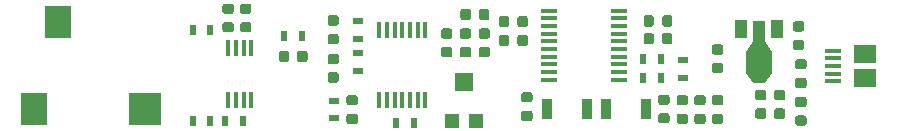
<source format=gbr>
G04 #@! TF.GenerationSoftware,KiCad,Pcbnew,(5.1.2-1)-1*
G04 #@! TF.CreationDate,2019-10-09T20:55:45-07:00*
G04 #@! TF.ProjectId,EOGee,454f4765-652e-46b6-9963-61645f706362,rev?*
G04 #@! TF.SameCoordinates,Original*
G04 #@! TF.FileFunction,Paste,Top*
G04 #@! TF.FilePolarity,Positive*
%FSLAX46Y46*%
G04 Gerber Fmt 4.6, Leading zero omitted, Abs format (unit mm)*
G04 Created by KiCad (PCBNEW (5.1.2-1)-1) date 2019-10-09 20:55:45*
%MOMM*%
%LPD*%
G04 APERTURE LIST*
%ADD10C,0.100000*%
%ADD11C,0.875000*%
%ADD12R,0.500000X0.900000*%
%ADD13R,0.900000X0.500000*%
%ADD14R,1.900000X1.500000*%
%ADD15R,1.350000X0.400000*%
%ADD16R,2.200000X2.800000*%
%ADD17R,2.800000X2.800000*%
%ADD18R,1.200000X1.200000*%
%ADD19R,1.600000X1.500000*%
%ADD20R,0.900000X1.700000*%
%ADD21R,0.450000X1.450000*%
%ADD22C,1.000000*%
%ADD23R,2.200000X1.840000*%
%ADD24R,1.000000X1.500000*%
%ADD25R,1.000000X1.800000*%
%ADD26C,0.850000*%
%ADD27R,1.450000X0.450000*%
G04 APERTURE END LIST*
D10*
G36*
X164277691Y-116751053D02*
G01*
X164298926Y-116754203D01*
X164319750Y-116759419D01*
X164339962Y-116766651D01*
X164359368Y-116775830D01*
X164377781Y-116786866D01*
X164395024Y-116799654D01*
X164410930Y-116814070D01*
X164425346Y-116829976D01*
X164438134Y-116847219D01*
X164449170Y-116865632D01*
X164458349Y-116885038D01*
X164465581Y-116905250D01*
X164470797Y-116926074D01*
X164473947Y-116947309D01*
X164475000Y-116968750D01*
X164475000Y-117406250D01*
X164473947Y-117427691D01*
X164470797Y-117448926D01*
X164465581Y-117469750D01*
X164458349Y-117489962D01*
X164449170Y-117509368D01*
X164438134Y-117527781D01*
X164425346Y-117545024D01*
X164410930Y-117560930D01*
X164395024Y-117575346D01*
X164377781Y-117588134D01*
X164359368Y-117599170D01*
X164339962Y-117608349D01*
X164319750Y-117615581D01*
X164298926Y-117620797D01*
X164277691Y-117623947D01*
X164256250Y-117625000D01*
X163743750Y-117625000D01*
X163722309Y-117623947D01*
X163701074Y-117620797D01*
X163680250Y-117615581D01*
X163660038Y-117608349D01*
X163640632Y-117599170D01*
X163622219Y-117588134D01*
X163604976Y-117575346D01*
X163589070Y-117560930D01*
X163574654Y-117545024D01*
X163561866Y-117527781D01*
X163550830Y-117509368D01*
X163541651Y-117489962D01*
X163534419Y-117469750D01*
X163529203Y-117448926D01*
X163526053Y-117427691D01*
X163525000Y-117406250D01*
X163525000Y-116968750D01*
X163526053Y-116947309D01*
X163529203Y-116926074D01*
X163534419Y-116905250D01*
X163541651Y-116885038D01*
X163550830Y-116865632D01*
X163561866Y-116847219D01*
X163574654Y-116829976D01*
X163589070Y-116814070D01*
X163604976Y-116799654D01*
X163622219Y-116786866D01*
X163640632Y-116775830D01*
X163660038Y-116766651D01*
X163680250Y-116759419D01*
X163701074Y-116754203D01*
X163722309Y-116751053D01*
X163743750Y-116750000D01*
X164256250Y-116750000D01*
X164277691Y-116751053D01*
X164277691Y-116751053D01*
G37*
D11*
X164000000Y-117187500D03*
D10*
G36*
X164277691Y-115176053D02*
G01*
X164298926Y-115179203D01*
X164319750Y-115184419D01*
X164339962Y-115191651D01*
X164359368Y-115200830D01*
X164377781Y-115211866D01*
X164395024Y-115224654D01*
X164410930Y-115239070D01*
X164425346Y-115254976D01*
X164438134Y-115272219D01*
X164449170Y-115290632D01*
X164458349Y-115310038D01*
X164465581Y-115330250D01*
X164470797Y-115351074D01*
X164473947Y-115372309D01*
X164475000Y-115393750D01*
X164475000Y-115831250D01*
X164473947Y-115852691D01*
X164470797Y-115873926D01*
X164465581Y-115894750D01*
X164458349Y-115914962D01*
X164449170Y-115934368D01*
X164438134Y-115952781D01*
X164425346Y-115970024D01*
X164410930Y-115985930D01*
X164395024Y-116000346D01*
X164377781Y-116013134D01*
X164359368Y-116024170D01*
X164339962Y-116033349D01*
X164319750Y-116040581D01*
X164298926Y-116045797D01*
X164277691Y-116048947D01*
X164256250Y-116050000D01*
X163743750Y-116050000D01*
X163722309Y-116048947D01*
X163701074Y-116045797D01*
X163680250Y-116040581D01*
X163660038Y-116033349D01*
X163640632Y-116024170D01*
X163622219Y-116013134D01*
X163604976Y-116000346D01*
X163589070Y-115985930D01*
X163574654Y-115970024D01*
X163561866Y-115952781D01*
X163550830Y-115934368D01*
X163541651Y-115914962D01*
X163534419Y-115894750D01*
X163529203Y-115873926D01*
X163526053Y-115852691D01*
X163525000Y-115831250D01*
X163525000Y-115393750D01*
X163526053Y-115372309D01*
X163529203Y-115351074D01*
X163534419Y-115330250D01*
X163541651Y-115310038D01*
X163550830Y-115290632D01*
X163561866Y-115272219D01*
X163574654Y-115254976D01*
X163589070Y-115239070D01*
X163604976Y-115224654D01*
X163622219Y-115211866D01*
X163640632Y-115200830D01*
X163660038Y-115191651D01*
X163680250Y-115184419D01*
X163701074Y-115179203D01*
X163722309Y-115176053D01*
X163743750Y-115175000D01*
X164256250Y-115175000D01*
X164277691Y-115176053D01*
X164277691Y-115176053D01*
G37*
D11*
X164000000Y-115612500D03*
D10*
G36*
X135877691Y-109376053D02*
G01*
X135898926Y-109379203D01*
X135919750Y-109384419D01*
X135939962Y-109391651D01*
X135959368Y-109400830D01*
X135977781Y-109411866D01*
X135995024Y-109424654D01*
X136010930Y-109439070D01*
X136025346Y-109454976D01*
X136038134Y-109472219D01*
X136049170Y-109490632D01*
X136058349Y-109510038D01*
X136065581Y-109530250D01*
X136070797Y-109551074D01*
X136073947Y-109572309D01*
X136075000Y-109593750D01*
X136075000Y-110031250D01*
X136073947Y-110052691D01*
X136070797Y-110073926D01*
X136065581Y-110094750D01*
X136058349Y-110114962D01*
X136049170Y-110134368D01*
X136038134Y-110152781D01*
X136025346Y-110170024D01*
X136010930Y-110185930D01*
X135995024Y-110200346D01*
X135977781Y-110213134D01*
X135959368Y-110224170D01*
X135939962Y-110233349D01*
X135919750Y-110240581D01*
X135898926Y-110245797D01*
X135877691Y-110248947D01*
X135856250Y-110250000D01*
X135343750Y-110250000D01*
X135322309Y-110248947D01*
X135301074Y-110245797D01*
X135280250Y-110240581D01*
X135260038Y-110233349D01*
X135240632Y-110224170D01*
X135222219Y-110213134D01*
X135204976Y-110200346D01*
X135189070Y-110185930D01*
X135174654Y-110170024D01*
X135161866Y-110152781D01*
X135150830Y-110134368D01*
X135141651Y-110114962D01*
X135134419Y-110094750D01*
X135129203Y-110073926D01*
X135126053Y-110052691D01*
X135125000Y-110031250D01*
X135125000Y-109593750D01*
X135126053Y-109572309D01*
X135129203Y-109551074D01*
X135134419Y-109530250D01*
X135141651Y-109510038D01*
X135150830Y-109490632D01*
X135161866Y-109472219D01*
X135174654Y-109454976D01*
X135189070Y-109439070D01*
X135204976Y-109424654D01*
X135222219Y-109411866D01*
X135240632Y-109400830D01*
X135260038Y-109391651D01*
X135280250Y-109384419D01*
X135301074Y-109379203D01*
X135322309Y-109376053D01*
X135343750Y-109375000D01*
X135856250Y-109375000D01*
X135877691Y-109376053D01*
X135877691Y-109376053D01*
G37*
D11*
X135600000Y-109812500D03*
D10*
G36*
X135877691Y-110951053D02*
G01*
X135898926Y-110954203D01*
X135919750Y-110959419D01*
X135939962Y-110966651D01*
X135959368Y-110975830D01*
X135977781Y-110986866D01*
X135995024Y-110999654D01*
X136010930Y-111014070D01*
X136025346Y-111029976D01*
X136038134Y-111047219D01*
X136049170Y-111065632D01*
X136058349Y-111085038D01*
X136065581Y-111105250D01*
X136070797Y-111126074D01*
X136073947Y-111147309D01*
X136075000Y-111168750D01*
X136075000Y-111606250D01*
X136073947Y-111627691D01*
X136070797Y-111648926D01*
X136065581Y-111669750D01*
X136058349Y-111689962D01*
X136049170Y-111709368D01*
X136038134Y-111727781D01*
X136025346Y-111745024D01*
X136010930Y-111760930D01*
X135995024Y-111775346D01*
X135977781Y-111788134D01*
X135959368Y-111799170D01*
X135939962Y-111808349D01*
X135919750Y-111815581D01*
X135898926Y-111820797D01*
X135877691Y-111823947D01*
X135856250Y-111825000D01*
X135343750Y-111825000D01*
X135322309Y-111823947D01*
X135301074Y-111820797D01*
X135280250Y-111815581D01*
X135260038Y-111808349D01*
X135240632Y-111799170D01*
X135222219Y-111788134D01*
X135204976Y-111775346D01*
X135189070Y-111760930D01*
X135174654Y-111745024D01*
X135161866Y-111727781D01*
X135150830Y-111709368D01*
X135141651Y-111689962D01*
X135134419Y-111669750D01*
X135129203Y-111648926D01*
X135126053Y-111627691D01*
X135125000Y-111606250D01*
X135125000Y-111168750D01*
X135126053Y-111147309D01*
X135129203Y-111126074D01*
X135134419Y-111105250D01*
X135141651Y-111085038D01*
X135150830Y-111065632D01*
X135161866Y-111047219D01*
X135174654Y-111029976D01*
X135189070Y-111014070D01*
X135204976Y-110999654D01*
X135222219Y-110986866D01*
X135240632Y-110975830D01*
X135260038Y-110966651D01*
X135280250Y-110959419D01*
X135301074Y-110954203D01*
X135322309Y-110951053D01*
X135343750Y-110950000D01*
X135856250Y-110950000D01*
X135877691Y-110951053D01*
X135877691Y-110951053D01*
G37*
D11*
X135600000Y-111387500D03*
D10*
G36*
X162477691Y-116151053D02*
G01*
X162498926Y-116154203D01*
X162519750Y-116159419D01*
X162539962Y-116166651D01*
X162559368Y-116175830D01*
X162577781Y-116186866D01*
X162595024Y-116199654D01*
X162610930Y-116214070D01*
X162625346Y-116229976D01*
X162638134Y-116247219D01*
X162649170Y-116265632D01*
X162658349Y-116285038D01*
X162665581Y-116305250D01*
X162670797Y-116326074D01*
X162673947Y-116347309D01*
X162675000Y-116368750D01*
X162675000Y-116806250D01*
X162673947Y-116827691D01*
X162670797Y-116848926D01*
X162665581Y-116869750D01*
X162658349Y-116889962D01*
X162649170Y-116909368D01*
X162638134Y-116927781D01*
X162625346Y-116945024D01*
X162610930Y-116960930D01*
X162595024Y-116975346D01*
X162577781Y-116988134D01*
X162559368Y-116999170D01*
X162539962Y-117008349D01*
X162519750Y-117015581D01*
X162498926Y-117020797D01*
X162477691Y-117023947D01*
X162456250Y-117025000D01*
X161943750Y-117025000D01*
X161922309Y-117023947D01*
X161901074Y-117020797D01*
X161880250Y-117015581D01*
X161860038Y-117008349D01*
X161840632Y-116999170D01*
X161822219Y-116988134D01*
X161804976Y-116975346D01*
X161789070Y-116960930D01*
X161774654Y-116945024D01*
X161761866Y-116927781D01*
X161750830Y-116909368D01*
X161741651Y-116889962D01*
X161734419Y-116869750D01*
X161729203Y-116848926D01*
X161726053Y-116827691D01*
X161725000Y-116806250D01*
X161725000Y-116368750D01*
X161726053Y-116347309D01*
X161729203Y-116326074D01*
X161734419Y-116305250D01*
X161741651Y-116285038D01*
X161750830Y-116265632D01*
X161761866Y-116247219D01*
X161774654Y-116229976D01*
X161789070Y-116214070D01*
X161804976Y-116199654D01*
X161822219Y-116186866D01*
X161840632Y-116175830D01*
X161860038Y-116166651D01*
X161880250Y-116159419D01*
X161901074Y-116154203D01*
X161922309Y-116151053D01*
X161943750Y-116150000D01*
X162456250Y-116150000D01*
X162477691Y-116151053D01*
X162477691Y-116151053D01*
G37*
D11*
X162200000Y-116587500D03*
D10*
G36*
X162477691Y-114576053D02*
G01*
X162498926Y-114579203D01*
X162519750Y-114584419D01*
X162539962Y-114591651D01*
X162559368Y-114600830D01*
X162577781Y-114611866D01*
X162595024Y-114624654D01*
X162610930Y-114639070D01*
X162625346Y-114654976D01*
X162638134Y-114672219D01*
X162649170Y-114690632D01*
X162658349Y-114710038D01*
X162665581Y-114730250D01*
X162670797Y-114751074D01*
X162673947Y-114772309D01*
X162675000Y-114793750D01*
X162675000Y-115231250D01*
X162673947Y-115252691D01*
X162670797Y-115273926D01*
X162665581Y-115294750D01*
X162658349Y-115314962D01*
X162649170Y-115334368D01*
X162638134Y-115352781D01*
X162625346Y-115370024D01*
X162610930Y-115385930D01*
X162595024Y-115400346D01*
X162577781Y-115413134D01*
X162559368Y-115424170D01*
X162539962Y-115433349D01*
X162519750Y-115440581D01*
X162498926Y-115445797D01*
X162477691Y-115448947D01*
X162456250Y-115450000D01*
X161943750Y-115450000D01*
X161922309Y-115448947D01*
X161901074Y-115445797D01*
X161880250Y-115440581D01*
X161860038Y-115433349D01*
X161840632Y-115424170D01*
X161822219Y-115413134D01*
X161804976Y-115400346D01*
X161789070Y-115385930D01*
X161774654Y-115370024D01*
X161761866Y-115352781D01*
X161750830Y-115334368D01*
X161741651Y-115314962D01*
X161734419Y-115294750D01*
X161729203Y-115273926D01*
X161726053Y-115252691D01*
X161725000Y-115231250D01*
X161725000Y-114793750D01*
X161726053Y-114772309D01*
X161729203Y-114751074D01*
X161734419Y-114730250D01*
X161741651Y-114710038D01*
X161750830Y-114690632D01*
X161761866Y-114672219D01*
X161774654Y-114654976D01*
X161789070Y-114639070D01*
X161804976Y-114624654D01*
X161822219Y-114611866D01*
X161840632Y-114600830D01*
X161860038Y-114591651D01*
X161880250Y-114584419D01*
X161901074Y-114579203D01*
X161922309Y-114576053D01*
X161943750Y-114575000D01*
X162456250Y-114575000D01*
X162477691Y-114576053D01*
X162477691Y-114576053D01*
G37*
D11*
X162200000Y-115012500D03*
D10*
G36*
X122027691Y-111276053D02*
G01*
X122048926Y-111279203D01*
X122069750Y-111284419D01*
X122089962Y-111291651D01*
X122109368Y-111300830D01*
X122127781Y-111311866D01*
X122145024Y-111324654D01*
X122160930Y-111339070D01*
X122175346Y-111354976D01*
X122188134Y-111372219D01*
X122199170Y-111390632D01*
X122208349Y-111410038D01*
X122215581Y-111430250D01*
X122220797Y-111451074D01*
X122223947Y-111472309D01*
X122225000Y-111493750D01*
X122225000Y-112006250D01*
X122223947Y-112027691D01*
X122220797Y-112048926D01*
X122215581Y-112069750D01*
X122208349Y-112089962D01*
X122199170Y-112109368D01*
X122188134Y-112127781D01*
X122175346Y-112145024D01*
X122160930Y-112160930D01*
X122145024Y-112175346D01*
X122127781Y-112188134D01*
X122109368Y-112199170D01*
X122089962Y-112208349D01*
X122069750Y-112215581D01*
X122048926Y-112220797D01*
X122027691Y-112223947D01*
X122006250Y-112225000D01*
X121568750Y-112225000D01*
X121547309Y-112223947D01*
X121526074Y-112220797D01*
X121505250Y-112215581D01*
X121485038Y-112208349D01*
X121465632Y-112199170D01*
X121447219Y-112188134D01*
X121429976Y-112175346D01*
X121414070Y-112160930D01*
X121399654Y-112145024D01*
X121386866Y-112127781D01*
X121375830Y-112109368D01*
X121366651Y-112089962D01*
X121359419Y-112069750D01*
X121354203Y-112048926D01*
X121351053Y-112027691D01*
X121350000Y-112006250D01*
X121350000Y-111493750D01*
X121351053Y-111472309D01*
X121354203Y-111451074D01*
X121359419Y-111430250D01*
X121366651Y-111410038D01*
X121375830Y-111390632D01*
X121386866Y-111372219D01*
X121399654Y-111354976D01*
X121414070Y-111339070D01*
X121429976Y-111324654D01*
X121447219Y-111311866D01*
X121465632Y-111300830D01*
X121485038Y-111291651D01*
X121505250Y-111284419D01*
X121526074Y-111279203D01*
X121547309Y-111276053D01*
X121568750Y-111275000D01*
X122006250Y-111275000D01*
X122027691Y-111276053D01*
X122027691Y-111276053D01*
G37*
D11*
X121787500Y-111750000D03*
D10*
G36*
X120452691Y-111276053D02*
G01*
X120473926Y-111279203D01*
X120494750Y-111284419D01*
X120514962Y-111291651D01*
X120534368Y-111300830D01*
X120552781Y-111311866D01*
X120570024Y-111324654D01*
X120585930Y-111339070D01*
X120600346Y-111354976D01*
X120613134Y-111372219D01*
X120624170Y-111390632D01*
X120633349Y-111410038D01*
X120640581Y-111430250D01*
X120645797Y-111451074D01*
X120648947Y-111472309D01*
X120650000Y-111493750D01*
X120650000Y-112006250D01*
X120648947Y-112027691D01*
X120645797Y-112048926D01*
X120640581Y-112069750D01*
X120633349Y-112089962D01*
X120624170Y-112109368D01*
X120613134Y-112127781D01*
X120600346Y-112145024D01*
X120585930Y-112160930D01*
X120570024Y-112175346D01*
X120552781Y-112188134D01*
X120534368Y-112199170D01*
X120514962Y-112208349D01*
X120494750Y-112215581D01*
X120473926Y-112220797D01*
X120452691Y-112223947D01*
X120431250Y-112225000D01*
X119993750Y-112225000D01*
X119972309Y-112223947D01*
X119951074Y-112220797D01*
X119930250Y-112215581D01*
X119910038Y-112208349D01*
X119890632Y-112199170D01*
X119872219Y-112188134D01*
X119854976Y-112175346D01*
X119839070Y-112160930D01*
X119824654Y-112145024D01*
X119811866Y-112127781D01*
X119800830Y-112109368D01*
X119791651Y-112089962D01*
X119784419Y-112069750D01*
X119779203Y-112048926D01*
X119776053Y-112027691D01*
X119775000Y-112006250D01*
X119775000Y-111493750D01*
X119776053Y-111472309D01*
X119779203Y-111451074D01*
X119784419Y-111430250D01*
X119791651Y-111410038D01*
X119800830Y-111390632D01*
X119811866Y-111372219D01*
X119824654Y-111354976D01*
X119839070Y-111339070D01*
X119854976Y-111324654D01*
X119872219Y-111311866D01*
X119890632Y-111300830D01*
X119910038Y-111291651D01*
X119930250Y-111284419D01*
X119951074Y-111279203D01*
X119972309Y-111276053D01*
X119993750Y-111275000D01*
X120431250Y-111275000D01*
X120452691Y-111276053D01*
X120452691Y-111276053D01*
G37*
D11*
X120212500Y-111750000D03*
D10*
G36*
X154227691Y-116601053D02*
G01*
X154248926Y-116604203D01*
X154269750Y-116609419D01*
X154289962Y-116616651D01*
X154309368Y-116625830D01*
X154327781Y-116636866D01*
X154345024Y-116649654D01*
X154360930Y-116664070D01*
X154375346Y-116679976D01*
X154388134Y-116697219D01*
X154399170Y-116715632D01*
X154408349Y-116735038D01*
X154415581Y-116755250D01*
X154420797Y-116776074D01*
X154423947Y-116797309D01*
X154425000Y-116818750D01*
X154425000Y-117256250D01*
X154423947Y-117277691D01*
X154420797Y-117298926D01*
X154415581Y-117319750D01*
X154408349Y-117339962D01*
X154399170Y-117359368D01*
X154388134Y-117377781D01*
X154375346Y-117395024D01*
X154360930Y-117410930D01*
X154345024Y-117425346D01*
X154327781Y-117438134D01*
X154309368Y-117449170D01*
X154289962Y-117458349D01*
X154269750Y-117465581D01*
X154248926Y-117470797D01*
X154227691Y-117473947D01*
X154206250Y-117475000D01*
X153693750Y-117475000D01*
X153672309Y-117473947D01*
X153651074Y-117470797D01*
X153630250Y-117465581D01*
X153610038Y-117458349D01*
X153590632Y-117449170D01*
X153572219Y-117438134D01*
X153554976Y-117425346D01*
X153539070Y-117410930D01*
X153524654Y-117395024D01*
X153511866Y-117377781D01*
X153500830Y-117359368D01*
X153491651Y-117339962D01*
X153484419Y-117319750D01*
X153479203Y-117298926D01*
X153476053Y-117277691D01*
X153475000Y-117256250D01*
X153475000Y-116818750D01*
X153476053Y-116797309D01*
X153479203Y-116776074D01*
X153484419Y-116755250D01*
X153491651Y-116735038D01*
X153500830Y-116715632D01*
X153511866Y-116697219D01*
X153524654Y-116679976D01*
X153539070Y-116664070D01*
X153554976Y-116649654D01*
X153572219Y-116636866D01*
X153590632Y-116625830D01*
X153610038Y-116616651D01*
X153630250Y-116609419D01*
X153651074Y-116604203D01*
X153672309Y-116601053D01*
X153693750Y-116600000D01*
X154206250Y-116600000D01*
X154227691Y-116601053D01*
X154227691Y-116601053D01*
G37*
D11*
X153950000Y-117037500D03*
D10*
G36*
X154227691Y-115026053D02*
G01*
X154248926Y-115029203D01*
X154269750Y-115034419D01*
X154289962Y-115041651D01*
X154309368Y-115050830D01*
X154327781Y-115061866D01*
X154345024Y-115074654D01*
X154360930Y-115089070D01*
X154375346Y-115104976D01*
X154388134Y-115122219D01*
X154399170Y-115140632D01*
X154408349Y-115160038D01*
X154415581Y-115180250D01*
X154420797Y-115201074D01*
X154423947Y-115222309D01*
X154425000Y-115243750D01*
X154425000Y-115681250D01*
X154423947Y-115702691D01*
X154420797Y-115723926D01*
X154415581Y-115744750D01*
X154408349Y-115764962D01*
X154399170Y-115784368D01*
X154388134Y-115802781D01*
X154375346Y-115820024D01*
X154360930Y-115835930D01*
X154345024Y-115850346D01*
X154327781Y-115863134D01*
X154309368Y-115874170D01*
X154289962Y-115883349D01*
X154269750Y-115890581D01*
X154248926Y-115895797D01*
X154227691Y-115898947D01*
X154206250Y-115900000D01*
X153693750Y-115900000D01*
X153672309Y-115898947D01*
X153651074Y-115895797D01*
X153630250Y-115890581D01*
X153610038Y-115883349D01*
X153590632Y-115874170D01*
X153572219Y-115863134D01*
X153554976Y-115850346D01*
X153539070Y-115835930D01*
X153524654Y-115820024D01*
X153511866Y-115802781D01*
X153500830Y-115784368D01*
X153491651Y-115764962D01*
X153484419Y-115744750D01*
X153479203Y-115723926D01*
X153476053Y-115702691D01*
X153475000Y-115681250D01*
X153475000Y-115243750D01*
X153476053Y-115222309D01*
X153479203Y-115201074D01*
X153484419Y-115180250D01*
X153491651Y-115160038D01*
X153500830Y-115140632D01*
X153511866Y-115122219D01*
X153524654Y-115104976D01*
X153539070Y-115089070D01*
X153554976Y-115074654D01*
X153572219Y-115061866D01*
X153590632Y-115050830D01*
X153610038Y-115041651D01*
X153630250Y-115034419D01*
X153651074Y-115029203D01*
X153672309Y-115026053D01*
X153693750Y-115025000D01*
X154206250Y-115025000D01*
X154227691Y-115026053D01*
X154227691Y-115026053D01*
G37*
D11*
X153950000Y-115462500D03*
D10*
G36*
X155727691Y-115026053D02*
G01*
X155748926Y-115029203D01*
X155769750Y-115034419D01*
X155789962Y-115041651D01*
X155809368Y-115050830D01*
X155827781Y-115061866D01*
X155845024Y-115074654D01*
X155860930Y-115089070D01*
X155875346Y-115104976D01*
X155888134Y-115122219D01*
X155899170Y-115140632D01*
X155908349Y-115160038D01*
X155915581Y-115180250D01*
X155920797Y-115201074D01*
X155923947Y-115222309D01*
X155925000Y-115243750D01*
X155925000Y-115681250D01*
X155923947Y-115702691D01*
X155920797Y-115723926D01*
X155915581Y-115744750D01*
X155908349Y-115764962D01*
X155899170Y-115784368D01*
X155888134Y-115802781D01*
X155875346Y-115820024D01*
X155860930Y-115835930D01*
X155845024Y-115850346D01*
X155827781Y-115863134D01*
X155809368Y-115874170D01*
X155789962Y-115883349D01*
X155769750Y-115890581D01*
X155748926Y-115895797D01*
X155727691Y-115898947D01*
X155706250Y-115900000D01*
X155193750Y-115900000D01*
X155172309Y-115898947D01*
X155151074Y-115895797D01*
X155130250Y-115890581D01*
X155110038Y-115883349D01*
X155090632Y-115874170D01*
X155072219Y-115863134D01*
X155054976Y-115850346D01*
X155039070Y-115835930D01*
X155024654Y-115820024D01*
X155011866Y-115802781D01*
X155000830Y-115784368D01*
X154991651Y-115764962D01*
X154984419Y-115744750D01*
X154979203Y-115723926D01*
X154976053Y-115702691D01*
X154975000Y-115681250D01*
X154975000Y-115243750D01*
X154976053Y-115222309D01*
X154979203Y-115201074D01*
X154984419Y-115180250D01*
X154991651Y-115160038D01*
X155000830Y-115140632D01*
X155011866Y-115122219D01*
X155024654Y-115104976D01*
X155039070Y-115089070D01*
X155054976Y-115074654D01*
X155072219Y-115061866D01*
X155090632Y-115050830D01*
X155110038Y-115041651D01*
X155130250Y-115034419D01*
X155151074Y-115029203D01*
X155172309Y-115026053D01*
X155193750Y-115025000D01*
X155706250Y-115025000D01*
X155727691Y-115026053D01*
X155727691Y-115026053D01*
G37*
D11*
X155450000Y-115462500D03*
D10*
G36*
X155727691Y-116601053D02*
G01*
X155748926Y-116604203D01*
X155769750Y-116609419D01*
X155789962Y-116616651D01*
X155809368Y-116625830D01*
X155827781Y-116636866D01*
X155845024Y-116649654D01*
X155860930Y-116664070D01*
X155875346Y-116679976D01*
X155888134Y-116697219D01*
X155899170Y-116715632D01*
X155908349Y-116735038D01*
X155915581Y-116755250D01*
X155920797Y-116776074D01*
X155923947Y-116797309D01*
X155925000Y-116818750D01*
X155925000Y-117256250D01*
X155923947Y-117277691D01*
X155920797Y-117298926D01*
X155915581Y-117319750D01*
X155908349Y-117339962D01*
X155899170Y-117359368D01*
X155888134Y-117377781D01*
X155875346Y-117395024D01*
X155860930Y-117410930D01*
X155845024Y-117425346D01*
X155827781Y-117438134D01*
X155809368Y-117449170D01*
X155789962Y-117458349D01*
X155769750Y-117465581D01*
X155748926Y-117470797D01*
X155727691Y-117473947D01*
X155706250Y-117475000D01*
X155193750Y-117475000D01*
X155172309Y-117473947D01*
X155151074Y-117470797D01*
X155130250Y-117465581D01*
X155110038Y-117458349D01*
X155090632Y-117449170D01*
X155072219Y-117438134D01*
X155054976Y-117425346D01*
X155039070Y-117410930D01*
X155024654Y-117395024D01*
X155011866Y-117377781D01*
X155000830Y-117359368D01*
X154991651Y-117339962D01*
X154984419Y-117319750D01*
X154979203Y-117298926D01*
X154976053Y-117277691D01*
X154975000Y-117256250D01*
X154975000Y-116818750D01*
X154976053Y-116797309D01*
X154979203Y-116776074D01*
X154984419Y-116755250D01*
X154991651Y-116735038D01*
X155000830Y-116715632D01*
X155011866Y-116697219D01*
X155024654Y-116679976D01*
X155039070Y-116664070D01*
X155054976Y-116649654D01*
X155072219Y-116636866D01*
X155090632Y-116625830D01*
X155110038Y-116616651D01*
X155130250Y-116609419D01*
X155151074Y-116604203D01*
X155172309Y-116601053D01*
X155193750Y-116600000D01*
X155706250Y-116600000D01*
X155727691Y-116601053D01*
X155727691Y-116601053D01*
G37*
D11*
X155450000Y-117037500D03*
D10*
G36*
X157227691Y-116601053D02*
G01*
X157248926Y-116604203D01*
X157269750Y-116609419D01*
X157289962Y-116616651D01*
X157309368Y-116625830D01*
X157327781Y-116636866D01*
X157345024Y-116649654D01*
X157360930Y-116664070D01*
X157375346Y-116679976D01*
X157388134Y-116697219D01*
X157399170Y-116715632D01*
X157408349Y-116735038D01*
X157415581Y-116755250D01*
X157420797Y-116776074D01*
X157423947Y-116797309D01*
X157425000Y-116818750D01*
X157425000Y-117256250D01*
X157423947Y-117277691D01*
X157420797Y-117298926D01*
X157415581Y-117319750D01*
X157408349Y-117339962D01*
X157399170Y-117359368D01*
X157388134Y-117377781D01*
X157375346Y-117395024D01*
X157360930Y-117410930D01*
X157345024Y-117425346D01*
X157327781Y-117438134D01*
X157309368Y-117449170D01*
X157289962Y-117458349D01*
X157269750Y-117465581D01*
X157248926Y-117470797D01*
X157227691Y-117473947D01*
X157206250Y-117475000D01*
X156693750Y-117475000D01*
X156672309Y-117473947D01*
X156651074Y-117470797D01*
X156630250Y-117465581D01*
X156610038Y-117458349D01*
X156590632Y-117449170D01*
X156572219Y-117438134D01*
X156554976Y-117425346D01*
X156539070Y-117410930D01*
X156524654Y-117395024D01*
X156511866Y-117377781D01*
X156500830Y-117359368D01*
X156491651Y-117339962D01*
X156484419Y-117319750D01*
X156479203Y-117298926D01*
X156476053Y-117277691D01*
X156475000Y-117256250D01*
X156475000Y-116818750D01*
X156476053Y-116797309D01*
X156479203Y-116776074D01*
X156484419Y-116755250D01*
X156491651Y-116735038D01*
X156500830Y-116715632D01*
X156511866Y-116697219D01*
X156524654Y-116679976D01*
X156539070Y-116664070D01*
X156554976Y-116649654D01*
X156572219Y-116636866D01*
X156590632Y-116625830D01*
X156610038Y-116616651D01*
X156630250Y-116609419D01*
X156651074Y-116604203D01*
X156672309Y-116601053D01*
X156693750Y-116600000D01*
X157206250Y-116600000D01*
X157227691Y-116601053D01*
X157227691Y-116601053D01*
G37*
D11*
X156950000Y-117037500D03*
D10*
G36*
X157227691Y-115026053D02*
G01*
X157248926Y-115029203D01*
X157269750Y-115034419D01*
X157289962Y-115041651D01*
X157309368Y-115050830D01*
X157327781Y-115061866D01*
X157345024Y-115074654D01*
X157360930Y-115089070D01*
X157375346Y-115104976D01*
X157388134Y-115122219D01*
X157399170Y-115140632D01*
X157408349Y-115160038D01*
X157415581Y-115180250D01*
X157420797Y-115201074D01*
X157423947Y-115222309D01*
X157425000Y-115243750D01*
X157425000Y-115681250D01*
X157423947Y-115702691D01*
X157420797Y-115723926D01*
X157415581Y-115744750D01*
X157408349Y-115764962D01*
X157399170Y-115784368D01*
X157388134Y-115802781D01*
X157375346Y-115820024D01*
X157360930Y-115835930D01*
X157345024Y-115850346D01*
X157327781Y-115863134D01*
X157309368Y-115874170D01*
X157289962Y-115883349D01*
X157269750Y-115890581D01*
X157248926Y-115895797D01*
X157227691Y-115898947D01*
X157206250Y-115900000D01*
X156693750Y-115900000D01*
X156672309Y-115898947D01*
X156651074Y-115895797D01*
X156630250Y-115890581D01*
X156610038Y-115883349D01*
X156590632Y-115874170D01*
X156572219Y-115863134D01*
X156554976Y-115850346D01*
X156539070Y-115835930D01*
X156524654Y-115820024D01*
X156511866Y-115802781D01*
X156500830Y-115784368D01*
X156491651Y-115764962D01*
X156484419Y-115744750D01*
X156479203Y-115723926D01*
X156476053Y-115702691D01*
X156475000Y-115681250D01*
X156475000Y-115243750D01*
X156476053Y-115222309D01*
X156479203Y-115201074D01*
X156484419Y-115180250D01*
X156491651Y-115160038D01*
X156500830Y-115140632D01*
X156511866Y-115122219D01*
X156524654Y-115104976D01*
X156539070Y-115089070D01*
X156554976Y-115074654D01*
X156572219Y-115061866D01*
X156590632Y-115050830D01*
X156610038Y-115041651D01*
X156630250Y-115034419D01*
X156651074Y-115029203D01*
X156672309Y-115026053D01*
X156693750Y-115025000D01*
X157206250Y-115025000D01*
X157227691Y-115026053D01*
X157227691Y-115026053D01*
G37*
D11*
X156950000Y-115462500D03*
D12*
X115250000Y-117250000D03*
X116750000Y-117250000D03*
X112500000Y-117250000D03*
X114000000Y-117250000D03*
X112500000Y-109500000D03*
X114000000Y-109500000D03*
D13*
X126500000Y-110250000D03*
X126500000Y-108750000D03*
X126500000Y-113000000D03*
X126500000Y-111500000D03*
D10*
G36*
X134277691Y-109376053D02*
G01*
X134298926Y-109379203D01*
X134319750Y-109384419D01*
X134339962Y-109391651D01*
X134359368Y-109400830D01*
X134377781Y-109411866D01*
X134395024Y-109424654D01*
X134410930Y-109439070D01*
X134425346Y-109454976D01*
X134438134Y-109472219D01*
X134449170Y-109490632D01*
X134458349Y-109510038D01*
X134465581Y-109530250D01*
X134470797Y-109551074D01*
X134473947Y-109572309D01*
X134475000Y-109593750D01*
X134475000Y-110031250D01*
X134473947Y-110052691D01*
X134470797Y-110073926D01*
X134465581Y-110094750D01*
X134458349Y-110114962D01*
X134449170Y-110134368D01*
X134438134Y-110152781D01*
X134425346Y-110170024D01*
X134410930Y-110185930D01*
X134395024Y-110200346D01*
X134377781Y-110213134D01*
X134359368Y-110224170D01*
X134339962Y-110233349D01*
X134319750Y-110240581D01*
X134298926Y-110245797D01*
X134277691Y-110248947D01*
X134256250Y-110250000D01*
X133743750Y-110250000D01*
X133722309Y-110248947D01*
X133701074Y-110245797D01*
X133680250Y-110240581D01*
X133660038Y-110233349D01*
X133640632Y-110224170D01*
X133622219Y-110213134D01*
X133604976Y-110200346D01*
X133589070Y-110185930D01*
X133574654Y-110170024D01*
X133561866Y-110152781D01*
X133550830Y-110134368D01*
X133541651Y-110114962D01*
X133534419Y-110094750D01*
X133529203Y-110073926D01*
X133526053Y-110052691D01*
X133525000Y-110031250D01*
X133525000Y-109593750D01*
X133526053Y-109572309D01*
X133529203Y-109551074D01*
X133534419Y-109530250D01*
X133541651Y-109510038D01*
X133550830Y-109490632D01*
X133561866Y-109472219D01*
X133574654Y-109454976D01*
X133589070Y-109439070D01*
X133604976Y-109424654D01*
X133622219Y-109411866D01*
X133640632Y-109400830D01*
X133660038Y-109391651D01*
X133680250Y-109384419D01*
X133701074Y-109379203D01*
X133722309Y-109376053D01*
X133743750Y-109375000D01*
X134256250Y-109375000D01*
X134277691Y-109376053D01*
X134277691Y-109376053D01*
G37*
D11*
X134000000Y-109812500D03*
D10*
G36*
X134277691Y-110951053D02*
G01*
X134298926Y-110954203D01*
X134319750Y-110959419D01*
X134339962Y-110966651D01*
X134359368Y-110975830D01*
X134377781Y-110986866D01*
X134395024Y-110999654D01*
X134410930Y-111014070D01*
X134425346Y-111029976D01*
X134438134Y-111047219D01*
X134449170Y-111065632D01*
X134458349Y-111085038D01*
X134465581Y-111105250D01*
X134470797Y-111126074D01*
X134473947Y-111147309D01*
X134475000Y-111168750D01*
X134475000Y-111606250D01*
X134473947Y-111627691D01*
X134470797Y-111648926D01*
X134465581Y-111669750D01*
X134458349Y-111689962D01*
X134449170Y-111709368D01*
X134438134Y-111727781D01*
X134425346Y-111745024D01*
X134410930Y-111760930D01*
X134395024Y-111775346D01*
X134377781Y-111788134D01*
X134359368Y-111799170D01*
X134339962Y-111808349D01*
X134319750Y-111815581D01*
X134298926Y-111820797D01*
X134277691Y-111823947D01*
X134256250Y-111825000D01*
X133743750Y-111825000D01*
X133722309Y-111823947D01*
X133701074Y-111820797D01*
X133680250Y-111815581D01*
X133660038Y-111808349D01*
X133640632Y-111799170D01*
X133622219Y-111788134D01*
X133604976Y-111775346D01*
X133589070Y-111760930D01*
X133574654Y-111745024D01*
X133561866Y-111727781D01*
X133550830Y-111709368D01*
X133541651Y-111689962D01*
X133534419Y-111669750D01*
X133529203Y-111648926D01*
X133526053Y-111627691D01*
X133525000Y-111606250D01*
X133525000Y-111168750D01*
X133526053Y-111147309D01*
X133529203Y-111126074D01*
X133534419Y-111105250D01*
X133541651Y-111085038D01*
X133550830Y-111065632D01*
X133561866Y-111047219D01*
X133574654Y-111029976D01*
X133589070Y-111014070D01*
X133604976Y-110999654D01*
X133622219Y-110986866D01*
X133640632Y-110975830D01*
X133660038Y-110966651D01*
X133680250Y-110959419D01*
X133701074Y-110954203D01*
X133722309Y-110951053D01*
X133743750Y-110950000D01*
X134256250Y-110950000D01*
X134277691Y-110951053D01*
X134277691Y-110951053D01*
G37*
D11*
X134000000Y-111387500D03*
D10*
G36*
X137477691Y-109376053D02*
G01*
X137498926Y-109379203D01*
X137519750Y-109384419D01*
X137539962Y-109391651D01*
X137559368Y-109400830D01*
X137577781Y-109411866D01*
X137595024Y-109424654D01*
X137610930Y-109439070D01*
X137625346Y-109454976D01*
X137638134Y-109472219D01*
X137649170Y-109490632D01*
X137658349Y-109510038D01*
X137665581Y-109530250D01*
X137670797Y-109551074D01*
X137673947Y-109572309D01*
X137675000Y-109593750D01*
X137675000Y-110031250D01*
X137673947Y-110052691D01*
X137670797Y-110073926D01*
X137665581Y-110094750D01*
X137658349Y-110114962D01*
X137649170Y-110134368D01*
X137638134Y-110152781D01*
X137625346Y-110170024D01*
X137610930Y-110185930D01*
X137595024Y-110200346D01*
X137577781Y-110213134D01*
X137559368Y-110224170D01*
X137539962Y-110233349D01*
X137519750Y-110240581D01*
X137498926Y-110245797D01*
X137477691Y-110248947D01*
X137456250Y-110250000D01*
X136943750Y-110250000D01*
X136922309Y-110248947D01*
X136901074Y-110245797D01*
X136880250Y-110240581D01*
X136860038Y-110233349D01*
X136840632Y-110224170D01*
X136822219Y-110213134D01*
X136804976Y-110200346D01*
X136789070Y-110185930D01*
X136774654Y-110170024D01*
X136761866Y-110152781D01*
X136750830Y-110134368D01*
X136741651Y-110114962D01*
X136734419Y-110094750D01*
X136729203Y-110073926D01*
X136726053Y-110052691D01*
X136725000Y-110031250D01*
X136725000Y-109593750D01*
X136726053Y-109572309D01*
X136729203Y-109551074D01*
X136734419Y-109530250D01*
X136741651Y-109510038D01*
X136750830Y-109490632D01*
X136761866Y-109472219D01*
X136774654Y-109454976D01*
X136789070Y-109439070D01*
X136804976Y-109424654D01*
X136822219Y-109411866D01*
X136840632Y-109400830D01*
X136860038Y-109391651D01*
X136880250Y-109384419D01*
X136901074Y-109379203D01*
X136922309Y-109376053D01*
X136943750Y-109375000D01*
X137456250Y-109375000D01*
X137477691Y-109376053D01*
X137477691Y-109376053D01*
G37*
D11*
X137200000Y-109812500D03*
D10*
G36*
X137477691Y-110951053D02*
G01*
X137498926Y-110954203D01*
X137519750Y-110959419D01*
X137539962Y-110966651D01*
X137559368Y-110975830D01*
X137577781Y-110986866D01*
X137595024Y-110999654D01*
X137610930Y-111014070D01*
X137625346Y-111029976D01*
X137638134Y-111047219D01*
X137649170Y-111065632D01*
X137658349Y-111085038D01*
X137665581Y-111105250D01*
X137670797Y-111126074D01*
X137673947Y-111147309D01*
X137675000Y-111168750D01*
X137675000Y-111606250D01*
X137673947Y-111627691D01*
X137670797Y-111648926D01*
X137665581Y-111669750D01*
X137658349Y-111689962D01*
X137649170Y-111709368D01*
X137638134Y-111727781D01*
X137625346Y-111745024D01*
X137610930Y-111760930D01*
X137595024Y-111775346D01*
X137577781Y-111788134D01*
X137559368Y-111799170D01*
X137539962Y-111808349D01*
X137519750Y-111815581D01*
X137498926Y-111820797D01*
X137477691Y-111823947D01*
X137456250Y-111825000D01*
X136943750Y-111825000D01*
X136922309Y-111823947D01*
X136901074Y-111820797D01*
X136880250Y-111815581D01*
X136860038Y-111808349D01*
X136840632Y-111799170D01*
X136822219Y-111788134D01*
X136804976Y-111775346D01*
X136789070Y-111760930D01*
X136774654Y-111745024D01*
X136761866Y-111727781D01*
X136750830Y-111709368D01*
X136741651Y-111689962D01*
X136734419Y-111669750D01*
X136729203Y-111648926D01*
X136726053Y-111627691D01*
X136725000Y-111606250D01*
X136725000Y-111168750D01*
X136726053Y-111147309D01*
X136729203Y-111126074D01*
X136734419Y-111105250D01*
X136741651Y-111085038D01*
X136750830Y-111065632D01*
X136761866Y-111047219D01*
X136774654Y-111029976D01*
X136789070Y-111014070D01*
X136804976Y-110999654D01*
X136822219Y-110986866D01*
X136840632Y-110975830D01*
X136860038Y-110966651D01*
X136880250Y-110959419D01*
X136901074Y-110954203D01*
X136922309Y-110951053D01*
X136943750Y-110950000D01*
X137456250Y-110950000D01*
X137477691Y-110951053D01*
X137477691Y-110951053D01*
G37*
D11*
X137200000Y-111387500D03*
D10*
G36*
X124677691Y-109851053D02*
G01*
X124698926Y-109854203D01*
X124719750Y-109859419D01*
X124739962Y-109866651D01*
X124759368Y-109875830D01*
X124777781Y-109886866D01*
X124795024Y-109899654D01*
X124810930Y-109914070D01*
X124825346Y-109929976D01*
X124838134Y-109947219D01*
X124849170Y-109965632D01*
X124858349Y-109985038D01*
X124865581Y-110005250D01*
X124870797Y-110026074D01*
X124873947Y-110047309D01*
X124875000Y-110068750D01*
X124875000Y-110506250D01*
X124873947Y-110527691D01*
X124870797Y-110548926D01*
X124865581Y-110569750D01*
X124858349Y-110589962D01*
X124849170Y-110609368D01*
X124838134Y-110627781D01*
X124825346Y-110645024D01*
X124810930Y-110660930D01*
X124795024Y-110675346D01*
X124777781Y-110688134D01*
X124759368Y-110699170D01*
X124739962Y-110708349D01*
X124719750Y-110715581D01*
X124698926Y-110720797D01*
X124677691Y-110723947D01*
X124656250Y-110725000D01*
X124143750Y-110725000D01*
X124122309Y-110723947D01*
X124101074Y-110720797D01*
X124080250Y-110715581D01*
X124060038Y-110708349D01*
X124040632Y-110699170D01*
X124022219Y-110688134D01*
X124004976Y-110675346D01*
X123989070Y-110660930D01*
X123974654Y-110645024D01*
X123961866Y-110627781D01*
X123950830Y-110609368D01*
X123941651Y-110589962D01*
X123934419Y-110569750D01*
X123929203Y-110548926D01*
X123926053Y-110527691D01*
X123925000Y-110506250D01*
X123925000Y-110068750D01*
X123926053Y-110047309D01*
X123929203Y-110026074D01*
X123934419Y-110005250D01*
X123941651Y-109985038D01*
X123950830Y-109965632D01*
X123961866Y-109947219D01*
X123974654Y-109929976D01*
X123989070Y-109914070D01*
X124004976Y-109899654D01*
X124022219Y-109886866D01*
X124040632Y-109875830D01*
X124060038Y-109866651D01*
X124080250Y-109859419D01*
X124101074Y-109854203D01*
X124122309Y-109851053D01*
X124143750Y-109850000D01*
X124656250Y-109850000D01*
X124677691Y-109851053D01*
X124677691Y-109851053D01*
G37*
D11*
X124400000Y-110287500D03*
D10*
G36*
X124677691Y-108276053D02*
G01*
X124698926Y-108279203D01*
X124719750Y-108284419D01*
X124739962Y-108291651D01*
X124759368Y-108300830D01*
X124777781Y-108311866D01*
X124795024Y-108324654D01*
X124810930Y-108339070D01*
X124825346Y-108354976D01*
X124838134Y-108372219D01*
X124849170Y-108390632D01*
X124858349Y-108410038D01*
X124865581Y-108430250D01*
X124870797Y-108451074D01*
X124873947Y-108472309D01*
X124875000Y-108493750D01*
X124875000Y-108931250D01*
X124873947Y-108952691D01*
X124870797Y-108973926D01*
X124865581Y-108994750D01*
X124858349Y-109014962D01*
X124849170Y-109034368D01*
X124838134Y-109052781D01*
X124825346Y-109070024D01*
X124810930Y-109085930D01*
X124795024Y-109100346D01*
X124777781Y-109113134D01*
X124759368Y-109124170D01*
X124739962Y-109133349D01*
X124719750Y-109140581D01*
X124698926Y-109145797D01*
X124677691Y-109148947D01*
X124656250Y-109150000D01*
X124143750Y-109150000D01*
X124122309Y-109148947D01*
X124101074Y-109145797D01*
X124080250Y-109140581D01*
X124060038Y-109133349D01*
X124040632Y-109124170D01*
X124022219Y-109113134D01*
X124004976Y-109100346D01*
X123989070Y-109085930D01*
X123974654Y-109070024D01*
X123961866Y-109052781D01*
X123950830Y-109034368D01*
X123941651Y-109014962D01*
X123934419Y-108994750D01*
X123929203Y-108973926D01*
X123926053Y-108952691D01*
X123925000Y-108931250D01*
X123925000Y-108493750D01*
X123926053Y-108472309D01*
X123929203Y-108451074D01*
X123934419Y-108430250D01*
X123941651Y-108410038D01*
X123950830Y-108390632D01*
X123961866Y-108372219D01*
X123974654Y-108354976D01*
X123989070Y-108339070D01*
X124004976Y-108324654D01*
X124022219Y-108311866D01*
X124040632Y-108300830D01*
X124060038Y-108291651D01*
X124080250Y-108284419D01*
X124101074Y-108279203D01*
X124122309Y-108276053D01*
X124143750Y-108275000D01*
X124656250Y-108275000D01*
X124677691Y-108276053D01*
X124677691Y-108276053D01*
G37*
D11*
X124400000Y-108712500D03*
D10*
G36*
X124677691Y-113101053D02*
G01*
X124698926Y-113104203D01*
X124719750Y-113109419D01*
X124739962Y-113116651D01*
X124759368Y-113125830D01*
X124777781Y-113136866D01*
X124795024Y-113149654D01*
X124810930Y-113164070D01*
X124825346Y-113179976D01*
X124838134Y-113197219D01*
X124849170Y-113215632D01*
X124858349Y-113235038D01*
X124865581Y-113255250D01*
X124870797Y-113276074D01*
X124873947Y-113297309D01*
X124875000Y-113318750D01*
X124875000Y-113756250D01*
X124873947Y-113777691D01*
X124870797Y-113798926D01*
X124865581Y-113819750D01*
X124858349Y-113839962D01*
X124849170Y-113859368D01*
X124838134Y-113877781D01*
X124825346Y-113895024D01*
X124810930Y-113910930D01*
X124795024Y-113925346D01*
X124777781Y-113938134D01*
X124759368Y-113949170D01*
X124739962Y-113958349D01*
X124719750Y-113965581D01*
X124698926Y-113970797D01*
X124677691Y-113973947D01*
X124656250Y-113975000D01*
X124143750Y-113975000D01*
X124122309Y-113973947D01*
X124101074Y-113970797D01*
X124080250Y-113965581D01*
X124060038Y-113958349D01*
X124040632Y-113949170D01*
X124022219Y-113938134D01*
X124004976Y-113925346D01*
X123989070Y-113910930D01*
X123974654Y-113895024D01*
X123961866Y-113877781D01*
X123950830Y-113859368D01*
X123941651Y-113839962D01*
X123934419Y-113819750D01*
X123929203Y-113798926D01*
X123926053Y-113777691D01*
X123925000Y-113756250D01*
X123925000Y-113318750D01*
X123926053Y-113297309D01*
X123929203Y-113276074D01*
X123934419Y-113255250D01*
X123941651Y-113235038D01*
X123950830Y-113215632D01*
X123961866Y-113197219D01*
X123974654Y-113179976D01*
X123989070Y-113164070D01*
X124004976Y-113149654D01*
X124022219Y-113136866D01*
X124040632Y-113125830D01*
X124060038Y-113116651D01*
X124080250Y-113109419D01*
X124101074Y-113104203D01*
X124122309Y-113101053D01*
X124143750Y-113100000D01*
X124656250Y-113100000D01*
X124677691Y-113101053D01*
X124677691Y-113101053D01*
G37*
D11*
X124400000Y-113537500D03*
D10*
G36*
X124677691Y-111526053D02*
G01*
X124698926Y-111529203D01*
X124719750Y-111534419D01*
X124739962Y-111541651D01*
X124759368Y-111550830D01*
X124777781Y-111561866D01*
X124795024Y-111574654D01*
X124810930Y-111589070D01*
X124825346Y-111604976D01*
X124838134Y-111622219D01*
X124849170Y-111640632D01*
X124858349Y-111660038D01*
X124865581Y-111680250D01*
X124870797Y-111701074D01*
X124873947Y-111722309D01*
X124875000Y-111743750D01*
X124875000Y-112181250D01*
X124873947Y-112202691D01*
X124870797Y-112223926D01*
X124865581Y-112244750D01*
X124858349Y-112264962D01*
X124849170Y-112284368D01*
X124838134Y-112302781D01*
X124825346Y-112320024D01*
X124810930Y-112335930D01*
X124795024Y-112350346D01*
X124777781Y-112363134D01*
X124759368Y-112374170D01*
X124739962Y-112383349D01*
X124719750Y-112390581D01*
X124698926Y-112395797D01*
X124677691Y-112398947D01*
X124656250Y-112400000D01*
X124143750Y-112400000D01*
X124122309Y-112398947D01*
X124101074Y-112395797D01*
X124080250Y-112390581D01*
X124060038Y-112383349D01*
X124040632Y-112374170D01*
X124022219Y-112363134D01*
X124004976Y-112350346D01*
X123989070Y-112335930D01*
X123974654Y-112320024D01*
X123961866Y-112302781D01*
X123950830Y-112284368D01*
X123941651Y-112264962D01*
X123934419Y-112244750D01*
X123929203Y-112223926D01*
X123926053Y-112202691D01*
X123925000Y-112181250D01*
X123925000Y-111743750D01*
X123926053Y-111722309D01*
X123929203Y-111701074D01*
X123934419Y-111680250D01*
X123941651Y-111660038D01*
X123950830Y-111640632D01*
X123961866Y-111622219D01*
X123974654Y-111604976D01*
X123989070Y-111589070D01*
X124004976Y-111574654D01*
X124022219Y-111561866D01*
X124040632Y-111550830D01*
X124060038Y-111541651D01*
X124080250Y-111534419D01*
X124101074Y-111529203D01*
X124122309Y-111526053D01*
X124143750Y-111525000D01*
X124656250Y-111525000D01*
X124677691Y-111526053D01*
X124677691Y-111526053D01*
G37*
D11*
X124400000Y-111962500D03*
D10*
G36*
X160877691Y-116151053D02*
G01*
X160898926Y-116154203D01*
X160919750Y-116159419D01*
X160939962Y-116166651D01*
X160959368Y-116175830D01*
X160977781Y-116186866D01*
X160995024Y-116199654D01*
X161010930Y-116214070D01*
X161025346Y-116229976D01*
X161038134Y-116247219D01*
X161049170Y-116265632D01*
X161058349Y-116285038D01*
X161065581Y-116305250D01*
X161070797Y-116326074D01*
X161073947Y-116347309D01*
X161075000Y-116368750D01*
X161075000Y-116806250D01*
X161073947Y-116827691D01*
X161070797Y-116848926D01*
X161065581Y-116869750D01*
X161058349Y-116889962D01*
X161049170Y-116909368D01*
X161038134Y-116927781D01*
X161025346Y-116945024D01*
X161010930Y-116960930D01*
X160995024Y-116975346D01*
X160977781Y-116988134D01*
X160959368Y-116999170D01*
X160939962Y-117008349D01*
X160919750Y-117015581D01*
X160898926Y-117020797D01*
X160877691Y-117023947D01*
X160856250Y-117025000D01*
X160343750Y-117025000D01*
X160322309Y-117023947D01*
X160301074Y-117020797D01*
X160280250Y-117015581D01*
X160260038Y-117008349D01*
X160240632Y-116999170D01*
X160222219Y-116988134D01*
X160204976Y-116975346D01*
X160189070Y-116960930D01*
X160174654Y-116945024D01*
X160161866Y-116927781D01*
X160150830Y-116909368D01*
X160141651Y-116889962D01*
X160134419Y-116869750D01*
X160129203Y-116848926D01*
X160126053Y-116827691D01*
X160125000Y-116806250D01*
X160125000Y-116368750D01*
X160126053Y-116347309D01*
X160129203Y-116326074D01*
X160134419Y-116305250D01*
X160141651Y-116285038D01*
X160150830Y-116265632D01*
X160161866Y-116247219D01*
X160174654Y-116229976D01*
X160189070Y-116214070D01*
X160204976Y-116199654D01*
X160222219Y-116186866D01*
X160240632Y-116175830D01*
X160260038Y-116166651D01*
X160280250Y-116159419D01*
X160301074Y-116154203D01*
X160322309Y-116151053D01*
X160343750Y-116150000D01*
X160856250Y-116150000D01*
X160877691Y-116151053D01*
X160877691Y-116151053D01*
G37*
D11*
X160600000Y-116587500D03*
D10*
G36*
X160877691Y-114576053D02*
G01*
X160898926Y-114579203D01*
X160919750Y-114584419D01*
X160939962Y-114591651D01*
X160959368Y-114600830D01*
X160977781Y-114611866D01*
X160995024Y-114624654D01*
X161010930Y-114639070D01*
X161025346Y-114654976D01*
X161038134Y-114672219D01*
X161049170Y-114690632D01*
X161058349Y-114710038D01*
X161065581Y-114730250D01*
X161070797Y-114751074D01*
X161073947Y-114772309D01*
X161075000Y-114793750D01*
X161075000Y-115231250D01*
X161073947Y-115252691D01*
X161070797Y-115273926D01*
X161065581Y-115294750D01*
X161058349Y-115314962D01*
X161049170Y-115334368D01*
X161038134Y-115352781D01*
X161025346Y-115370024D01*
X161010930Y-115385930D01*
X160995024Y-115400346D01*
X160977781Y-115413134D01*
X160959368Y-115424170D01*
X160939962Y-115433349D01*
X160919750Y-115440581D01*
X160898926Y-115445797D01*
X160877691Y-115448947D01*
X160856250Y-115450000D01*
X160343750Y-115450000D01*
X160322309Y-115448947D01*
X160301074Y-115445797D01*
X160280250Y-115440581D01*
X160260038Y-115433349D01*
X160240632Y-115424170D01*
X160222219Y-115413134D01*
X160204976Y-115400346D01*
X160189070Y-115385930D01*
X160174654Y-115370024D01*
X160161866Y-115352781D01*
X160150830Y-115334368D01*
X160141651Y-115314962D01*
X160134419Y-115294750D01*
X160129203Y-115273926D01*
X160126053Y-115252691D01*
X160125000Y-115231250D01*
X160125000Y-114793750D01*
X160126053Y-114772309D01*
X160129203Y-114751074D01*
X160134419Y-114730250D01*
X160141651Y-114710038D01*
X160150830Y-114690632D01*
X160161866Y-114672219D01*
X160174654Y-114654976D01*
X160189070Y-114639070D01*
X160204976Y-114624654D01*
X160222219Y-114611866D01*
X160240632Y-114600830D01*
X160260038Y-114591651D01*
X160280250Y-114584419D01*
X160301074Y-114579203D01*
X160322309Y-114576053D01*
X160343750Y-114575000D01*
X160856250Y-114575000D01*
X160877691Y-114576053D01*
X160877691Y-114576053D01*
G37*
D11*
X160600000Y-115012500D03*
D10*
G36*
X164077691Y-108776053D02*
G01*
X164098926Y-108779203D01*
X164119750Y-108784419D01*
X164139962Y-108791651D01*
X164159368Y-108800830D01*
X164177781Y-108811866D01*
X164195024Y-108824654D01*
X164210930Y-108839070D01*
X164225346Y-108854976D01*
X164238134Y-108872219D01*
X164249170Y-108890632D01*
X164258349Y-108910038D01*
X164265581Y-108930250D01*
X164270797Y-108951074D01*
X164273947Y-108972309D01*
X164275000Y-108993750D01*
X164275000Y-109431250D01*
X164273947Y-109452691D01*
X164270797Y-109473926D01*
X164265581Y-109494750D01*
X164258349Y-109514962D01*
X164249170Y-109534368D01*
X164238134Y-109552781D01*
X164225346Y-109570024D01*
X164210930Y-109585930D01*
X164195024Y-109600346D01*
X164177781Y-109613134D01*
X164159368Y-109624170D01*
X164139962Y-109633349D01*
X164119750Y-109640581D01*
X164098926Y-109645797D01*
X164077691Y-109648947D01*
X164056250Y-109650000D01*
X163543750Y-109650000D01*
X163522309Y-109648947D01*
X163501074Y-109645797D01*
X163480250Y-109640581D01*
X163460038Y-109633349D01*
X163440632Y-109624170D01*
X163422219Y-109613134D01*
X163404976Y-109600346D01*
X163389070Y-109585930D01*
X163374654Y-109570024D01*
X163361866Y-109552781D01*
X163350830Y-109534368D01*
X163341651Y-109514962D01*
X163334419Y-109494750D01*
X163329203Y-109473926D01*
X163326053Y-109452691D01*
X163325000Y-109431250D01*
X163325000Y-108993750D01*
X163326053Y-108972309D01*
X163329203Y-108951074D01*
X163334419Y-108930250D01*
X163341651Y-108910038D01*
X163350830Y-108890632D01*
X163361866Y-108872219D01*
X163374654Y-108854976D01*
X163389070Y-108839070D01*
X163404976Y-108824654D01*
X163422219Y-108811866D01*
X163440632Y-108800830D01*
X163460038Y-108791651D01*
X163480250Y-108784419D01*
X163501074Y-108779203D01*
X163522309Y-108776053D01*
X163543750Y-108775000D01*
X164056250Y-108775000D01*
X164077691Y-108776053D01*
X164077691Y-108776053D01*
G37*
D11*
X163800000Y-109212500D03*
D10*
G36*
X164077691Y-110351053D02*
G01*
X164098926Y-110354203D01*
X164119750Y-110359419D01*
X164139962Y-110366651D01*
X164159368Y-110375830D01*
X164177781Y-110386866D01*
X164195024Y-110399654D01*
X164210930Y-110414070D01*
X164225346Y-110429976D01*
X164238134Y-110447219D01*
X164249170Y-110465632D01*
X164258349Y-110485038D01*
X164265581Y-110505250D01*
X164270797Y-110526074D01*
X164273947Y-110547309D01*
X164275000Y-110568750D01*
X164275000Y-111006250D01*
X164273947Y-111027691D01*
X164270797Y-111048926D01*
X164265581Y-111069750D01*
X164258349Y-111089962D01*
X164249170Y-111109368D01*
X164238134Y-111127781D01*
X164225346Y-111145024D01*
X164210930Y-111160930D01*
X164195024Y-111175346D01*
X164177781Y-111188134D01*
X164159368Y-111199170D01*
X164139962Y-111208349D01*
X164119750Y-111215581D01*
X164098926Y-111220797D01*
X164077691Y-111223947D01*
X164056250Y-111225000D01*
X163543750Y-111225000D01*
X163522309Y-111223947D01*
X163501074Y-111220797D01*
X163480250Y-111215581D01*
X163460038Y-111208349D01*
X163440632Y-111199170D01*
X163422219Y-111188134D01*
X163404976Y-111175346D01*
X163389070Y-111160930D01*
X163374654Y-111145024D01*
X163361866Y-111127781D01*
X163350830Y-111109368D01*
X163341651Y-111089962D01*
X163334419Y-111069750D01*
X163329203Y-111048926D01*
X163326053Y-111027691D01*
X163325000Y-111006250D01*
X163325000Y-110568750D01*
X163326053Y-110547309D01*
X163329203Y-110526074D01*
X163334419Y-110505250D01*
X163341651Y-110485038D01*
X163350830Y-110465632D01*
X163361866Y-110447219D01*
X163374654Y-110429976D01*
X163389070Y-110414070D01*
X163404976Y-110399654D01*
X163422219Y-110386866D01*
X163440632Y-110375830D01*
X163460038Y-110366651D01*
X163480250Y-110359419D01*
X163501074Y-110354203D01*
X163522309Y-110351053D01*
X163543750Y-110350000D01*
X164056250Y-110350000D01*
X164077691Y-110351053D01*
X164077691Y-110351053D01*
G37*
D11*
X163800000Y-110787500D03*
D10*
G36*
X157227691Y-112301053D02*
G01*
X157248926Y-112304203D01*
X157269750Y-112309419D01*
X157289962Y-112316651D01*
X157309368Y-112325830D01*
X157327781Y-112336866D01*
X157345024Y-112349654D01*
X157360930Y-112364070D01*
X157375346Y-112379976D01*
X157388134Y-112397219D01*
X157399170Y-112415632D01*
X157408349Y-112435038D01*
X157415581Y-112455250D01*
X157420797Y-112476074D01*
X157423947Y-112497309D01*
X157425000Y-112518750D01*
X157425000Y-112956250D01*
X157423947Y-112977691D01*
X157420797Y-112998926D01*
X157415581Y-113019750D01*
X157408349Y-113039962D01*
X157399170Y-113059368D01*
X157388134Y-113077781D01*
X157375346Y-113095024D01*
X157360930Y-113110930D01*
X157345024Y-113125346D01*
X157327781Y-113138134D01*
X157309368Y-113149170D01*
X157289962Y-113158349D01*
X157269750Y-113165581D01*
X157248926Y-113170797D01*
X157227691Y-113173947D01*
X157206250Y-113175000D01*
X156693750Y-113175000D01*
X156672309Y-113173947D01*
X156651074Y-113170797D01*
X156630250Y-113165581D01*
X156610038Y-113158349D01*
X156590632Y-113149170D01*
X156572219Y-113138134D01*
X156554976Y-113125346D01*
X156539070Y-113110930D01*
X156524654Y-113095024D01*
X156511866Y-113077781D01*
X156500830Y-113059368D01*
X156491651Y-113039962D01*
X156484419Y-113019750D01*
X156479203Y-112998926D01*
X156476053Y-112977691D01*
X156475000Y-112956250D01*
X156475000Y-112518750D01*
X156476053Y-112497309D01*
X156479203Y-112476074D01*
X156484419Y-112455250D01*
X156491651Y-112435038D01*
X156500830Y-112415632D01*
X156511866Y-112397219D01*
X156524654Y-112379976D01*
X156539070Y-112364070D01*
X156554976Y-112349654D01*
X156572219Y-112336866D01*
X156590632Y-112325830D01*
X156610038Y-112316651D01*
X156630250Y-112309419D01*
X156651074Y-112304203D01*
X156672309Y-112301053D01*
X156693750Y-112300000D01*
X157206250Y-112300000D01*
X157227691Y-112301053D01*
X157227691Y-112301053D01*
G37*
D11*
X156950000Y-112737500D03*
D10*
G36*
X157227691Y-110726053D02*
G01*
X157248926Y-110729203D01*
X157269750Y-110734419D01*
X157289962Y-110741651D01*
X157309368Y-110750830D01*
X157327781Y-110761866D01*
X157345024Y-110774654D01*
X157360930Y-110789070D01*
X157375346Y-110804976D01*
X157388134Y-110822219D01*
X157399170Y-110840632D01*
X157408349Y-110860038D01*
X157415581Y-110880250D01*
X157420797Y-110901074D01*
X157423947Y-110922309D01*
X157425000Y-110943750D01*
X157425000Y-111381250D01*
X157423947Y-111402691D01*
X157420797Y-111423926D01*
X157415581Y-111444750D01*
X157408349Y-111464962D01*
X157399170Y-111484368D01*
X157388134Y-111502781D01*
X157375346Y-111520024D01*
X157360930Y-111535930D01*
X157345024Y-111550346D01*
X157327781Y-111563134D01*
X157309368Y-111574170D01*
X157289962Y-111583349D01*
X157269750Y-111590581D01*
X157248926Y-111595797D01*
X157227691Y-111598947D01*
X157206250Y-111600000D01*
X156693750Y-111600000D01*
X156672309Y-111598947D01*
X156651074Y-111595797D01*
X156630250Y-111590581D01*
X156610038Y-111583349D01*
X156590632Y-111574170D01*
X156572219Y-111563134D01*
X156554976Y-111550346D01*
X156539070Y-111535930D01*
X156524654Y-111520024D01*
X156511866Y-111502781D01*
X156500830Y-111484368D01*
X156491651Y-111464962D01*
X156484419Y-111444750D01*
X156479203Y-111423926D01*
X156476053Y-111402691D01*
X156475000Y-111381250D01*
X156475000Y-110943750D01*
X156476053Y-110922309D01*
X156479203Y-110901074D01*
X156484419Y-110880250D01*
X156491651Y-110860038D01*
X156500830Y-110840632D01*
X156511866Y-110822219D01*
X156524654Y-110804976D01*
X156539070Y-110789070D01*
X156554976Y-110774654D01*
X156572219Y-110761866D01*
X156590632Y-110750830D01*
X156610038Y-110741651D01*
X156630250Y-110734419D01*
X156651074Y-110729203D01*
X156672309Y-110726053D01*
X156693750Y-110725000D01*
X157206250Y-110725000D01*
X157227691Y-110726053D01*
X157227691Y-110726053D01*
G37*
D11*
X156950000Y-111162500D03*
D10*
G36*
X126277691Y-115026053D02*
G01*
X126298926Y-115029203D01*
X126319750Y-115034419D01*
X126339962Y-115041651D01*
X126359368Y-115050830D01*
X126377781Y-115061866D01*
X126395024Y-115074654D01*
X126410930Y-115089070D01*
X126425346Y-115104976D01*
X126438134Y-115122219D01*
X126449170Y-115140632D01*
X126458349Y-115160038D01*
X126465581Y-115180250D01*
X126470797Y-115201074D01*
X126473947Y-115222309D01*
X126475000Y-115243750D01*
X126475000Y-115681250D01*
X126473947Y-115702691D01*
X126470797Y-115723926D01*
X126465581Y-115744750D01*
X126458349Y-115764962D01*
X126449170Y-115784368D01*
X126438134Y-115802781D01*
X126425346Y-115820024D01*
X126410930Y-115835930D01*
X126395024Y-115850346D01*
X126377781Y-115863134D01*
X126359368Y-115874170D01*
X126339962Y-115883349D01*
X126319750Y-115890581D01*
X126298926Y-115895797D01*
X126277691Y-115898947D01*
X126256250Y-115900000D01*
X125743750Y-115900000D01*
X125722309Y-115898947D01*
X125701074Y-115895797D01*
X125680250Y-115890581D01*
X125660038Y-115883349D01*
X125640632Y-115874170D01*
X125622219Y-115863134D01*
X125604976Y-115850346D01*
X125589070Y-115835930D01*
X125574654Y-115820024D01*
X125561866Y-115802781D01*
X125550830Y-115784368D01*
X125541651Y-115764962D01*
X125534419Y-115744750D01*
X125529203Y-115723926D01*
X125526053Y-115702691D01*
X125525000Y-115681250D01*
X125525000Y-115243750D01*
X125526053Y-115222309D01*
X125529203Y-115201074D01*
X125534419Y-115180250D01*
X125541651Y-115160038D01*
X125550830Y-115140632D01*
X125561866Y-115122219D01*
X125574654Y-115104976D01*
X125589070Y-115089070D01*
X125604976Y-115074654D01*
X125622219Y-115061866D01*
X125640632Y-115050830D01*
X125660038Y-115041651D01*
X125680250Y-115034419D01*
X125701074Y-115029203D01*
X125722309Y-115026053D01*
X125743750Y-115025000D01*
X126256250Y-115025000D01*
X126277691Y-115026053D01*
X126277691Y-115026053D01*
G37*
D11*
X126000000Y-115462500D03*
D10*
G36*
X126277691Y-116601053D02*
G01*
X126298926Y-116604203D01*
X126319750Y-116609419D01*
X126339962Y-116616651D01*
X126359368Y-116625830D01*
X126377781Y-116636866D01*
X126395024Y-116649654D01*
X126410930Y-116664070D01*
X126425346Y-116679976D01*
X126438134Y-116697219D01*
X126449170Y-116715632D01*
X126458349Y-116735038D01*
X126465581Y-116755250D01*
X126470797Y-116776074D01*
X126473947Y-116797309D01*
X126475000Y-116818750D01*
X126475000Y-117256250D01*
X126473947Y-117277691D01*
X126470797Y-117298926D01*
X126465581Y-117319750D01*
X126458349Y-117339962D01*
X126449170Y-117359368D01*
X126438134Y-117377781D01*
X126425346Y-117395024D01*
X126410930Y-117410930D01*
X126395024Y-117425346D01*
X126377781Y-117438134D01*
X126359368Y-117449170D01*
X126339962Y-117458349D01*
X126319750Y-117465581D01*
X126298926Y-117470797D01*
X126277691Y-117473947D01*
X126256250Y-117475000D01*
X125743750Y-117475000D01*
X125722309Y-117473947D01*
X125701074Y-117470797D01*
X125680250Y-117465581D01*
X125660038Y-117458349D01*
X125640632Y-117449170D01*
X125622219Y-117438134D01*
X125604976Y-117425346D01*
X125589070Y-117410930D01*
X125574654Y-117395024D01*
X125561866Y-117377781D01*
X125550830Y-117359368D01*
X125541651Y-117339962D01*
X125534419Y-117319750D01*
X125529203Y-117298926D01*
X125526053Y-117277691D01*
X125525000Y-117256250D01*
X125525000Y-116818750D01*
X125526053Y-116797309D01*
X125529203Y-116776074D01*
X125534419Y-116755250D01*
X125541651Y-116735038D01*
X125550830Y-116715632D01*
X125561866Y-116697219D01*
X125574654Y-116679976D01*
X125589070Y-116664070D01*
X125604976Y-116649654D01*
X125622219Y-116636866D01*
X125640632Y-116625830D01*
X125660038Y-116616651D01*
X125680250Y-116609419D01*
X125701074Y-116604203D01*
X125722309Y-116601053D01*
X125743750Y-116600000D01*
X126256250Y-116600000D01*
X126277691Y-116601053D01*
X126277691Y-116601053D01*
G37*
D11*
X126000000Y-117037500D03*
D10*
G36*
X139102691Y-109926053D02*
G01*
X139123926Y-109929203D01*
X139144750Y-109934419D01*
X139164962Y-109941651D01*
X139184368Y-109950830D01*
X139202781Y-109961866D01*
X139220024Y-109974654D01*
X139235930Y-109989070D01*
X139250346Y-110004976D01*
X139263134Y-110022219D01*
X139274170Y-110040632D01*
X139283349Y-110060038D01*
X139290581Y-110080250D01*
X139295797Y-110101074D01*
X139298947Y-110122309D01*
X139300000Y-110143750D01*
X139300000Y-110656250D01*
X139298947Y-110677691D01*
X139295797Y-110698926D01*
X139290581Y-110719750D01*
X139283349Y-110739962D01*
X139274170Y-110759368D01*
X139263134Y-110777781D01*
X139250346Y-110795024D01*
X139235930Y-110810930D01*
X139220024Y-110825346D01*
X139202781Y-110838134D01*
X139184368Y-110849170D01*
X139164962Y-110858349D01*
X139144750Y-110865581D01*
X139123926Y-110870797D01*
X139102691Y-110873947D01*
X139081250Y-110875000D01*
X138643750Y-110875000D01*
X138622309Y-110873947D01*
X138601074Y-110870797D01*
X138580250Y-110865581D01*
X138560038Y-110858349D01*
X138540632Y-110849170D01*
X138522219Y-110838134D01*
X138504976Y-110825346D01*
X138489070Y-110810930D01*
X138474654Y-110795024D01*
X138461866Y-110777781D01*
X138450830Y-110759368D01*
X138441651Y-110739962D01*
X138434419Y-110719750D01*
X138429203Y-110698926D01*
X138426053Y-110677691D01*
X138425000Y-110656250D01*
X138425000Y-110143750D01*
X138426053Y-110122309D01*
X138429203Y-110101074D01*
X138434419Y-110080250D01*
X138441651Y-110060038D01*
X138450830Y-110040632D01*
X138461866Y-110022219D01*
X138474654Y-110004976D01*
X138489070Y-109989070D01*
X138504976Y-109974654D01*
X138522219Y-109961866D01*
X138540632Y-109950830D01*
X138560038Y-109941651D01*
X138580250Y-109934419D01*
X138601074Y-109929203D01*
X138622309Y-109926053D01*
X138643750Y-109925000D01*
X139081250Y-109925000D01*
X139102691Y-109926053D01*
X139102691Y-109926053D01*
G37*
D11*
X138862500Y-110400000D03*
D10*
G36*
X140677691Y-109926053D02*
G01*
X140698926Y-109929203D01*
X140719750Y-109934419D01*
X140739962Y-109941651D01*
X140759368Y-109950830D01*
X140777781Y-109961866D01*
X140795024Y-109974654D01*
X140810930Y-109989070D01*
X140825346Y-110004976D01*
X140838134Y-110022219D01*
X140849170Y-110040632D01*
X140858349Y-110060038D01*
X140865581Y-110080250D01*
X140870797Y-110101074D01*
X140873947Y-110122309D01*
X140875000Y-110143750D01*
X140875000Y-110656250D01*
X140873947Y-110677691D01*
X140870797Y-110698926D01*
X140865581Y-110719750D01*
X140858349Y-110739962D01*
X140849170Y-110759368D01*
X140838134Y-110777781D01*
X140825346Y-110795024D01*
X140810930Y-110810930D01*
X140795024Y-110825346D01*
X140777781Y-110838134D01*
X140759368Y-110849170D01*
X140739962Y-110858349D01*
X140719750Y-110865581D01*
X140698926Y-110870797D01*
X140677691Y-110873947D01*
X140656250Y-110875000D01*
X140218750Y-110875000D01*
X140197309Y-110873947D01*
X140176074Y-110870797D01*
X140155250Y-110865581D01*
X140135038Y-110858349D01*
X140115632Y-110849170D01*
X140097219Y-110838134D01*
X140079976Y-110825346D01*
X140064070Y-110810930D01*
X140049654Y-110795024D01*
X140036866Y-110777781D01*
X140025830Y-110759368D01*
X140016651Y-110739962D01*
X140009419Y-110719750D01*
X140004203Y-110698926D01*
X140001053Y-110677691D01*
X140000000Y-110656250D01*
X140000000Y-110143750D01*
X140001053Y-110122309D01*
X140004203Y-110101074D01*
X140009419Y-110080250D01*
X140016651Y-110060038D01*
X140025830Y-110040632D01*
X140036866Y-110022219D01*
X140049654Y-110004976D01*
X140064070Y-109989070D01*
X140079976Y-109974654D01*
X140097219Y-109961866D01*
X140115632Y-109950830D01*
X140135038Y-109941651D01*
X140155250Y-109934419D01*
X140176074Y-109929203D01*
X140197309Y-109926053D01*
X140218750Y-109925000D01*
X140656250Y-109925000D01*
X140677691Y-109926053D01*
X140677691Y-109926053D01*
G37*
D11*
X140437500Y-110400000D03*
D10*
G36*
X140677691Y-108326053D02*
G01*
X140698926Y-108329203D01*
X140719750Y-108334419D01*
X140739962Y-108341651D01*
X140759368Y-108350830D01*
X140777781Y-108361866D01*
X140795024Y-108374654D01*
X140810930Y-108389070D01*
X140825346Y-108404976D01*
X140838134Y-108422219D01*
X140849170Y-108440632D01*
X140858349Y-108460038D01*
X140865581Y-108480250D01*
X140870797Y-108501074D01*
X140873947Y-108522309D01*
X140875000Y-108543750D01*
X140875000Y-109056250D01*
X140873947Y-109077691D01*
X140870797Y-109098926D01*
X140865581Y-109119750D01*
X140858349Y-109139962D01*
X140849170Y-109159368D01*
X140838134Y-109177781D01*
X140825346Y-109195024D01*
X140810930Y-109210930D01*
X140795024Y-109225346D01*
X140777781Y-109238134D01*
X140759368Y-109249170D01*
X140739962Y-109258349D01*
X140719750Y-109265581D01*
X140698926Y-109270797D01*
X140677691Y-109273947D01*
X140656250Y-109275000D01*
X140218750Y-109275000D01*
X140197309Y-109273947D01*
X140176074Y-109270797D01*
X140155250Y-109265581D01*
X140135038Y-109258349D01*
X140115632Y-109249170D01*
X140097219Y-109238134D01*
X140079976Y-109225346D01*
X140064070Y-109210930D01*
X140049654Y-109195024D01*
X140036866Y-109177781D01*
X140025830Y-109159368D01*
X140016651Y-109139962D01*
X140009419Y-109119750D01*
X140004203Y-109098926D01*
X140001053Y-109077691D01*
X140000000Y-109056250D01*
X140000000Y-108543750D01*
X140001053Y-108522309D01*
X140004203Y-108501074D01*
X140009419Y-108480250D01*
X140016651Y-108460038D01*
X140025830Y-108440632D01*
X140036866Y-108422219D01*
X140049654Y-108404976D01*
X140064070Y-108389070D01*
X140079976Y-108374654D01*
X140097219Y-108361866D01*
X140115632Y-108350830D01*
X140135038Y-108341651D01*
X140155250Y-108334419D01*
X140176074Y-108329203D01*
X140197309Y-108326053D01*
X140218750Y-108325000D01*
X140656250Y-108325000D01*
X140677691Y-108326053D01*
X140677691Y-108326053D01*
G37*
D11*
X140437500Y-108800000D03*
D10*
G36*
X139102691Y-108326053D02*
G01*
X139123926Y-108329203D01*
X139144750Y-108334419D01*
X139164962Y-108341651D01*
X139184368Y-108350830D01*
X139202781Y-108361866D01*
X139220024Y-108374654D01*
X139235930Y-108389070D01*
X139250346Y-108404976D01*
X139263134Y-108422219D01*
X139274170Y-108440632D01*
X139283349Y-108460038D01*
X139290581Y-108480250D01*
X139295797Y-108501074D01*
X139298947Y-108522309D01*
X139300000Y-108543750D01*
X139300000Y-109056250D01*
X139298947Y-109077691D01*
X139295797Y-109098926D01*
X139290581Y-109119750D01*
X139283349Y-109139962D01*
X139274170Y-109159368D01*
X139263134Y-109177781D01*
X139250346Y-109195024D01*
X139235930Y-109210930D01*
X139220024Y-109225346D01*
X139202781Y-109238134D01*
X139184368Y-109249170D01*
X139164962Y-109258349D01*
X139144750Y-109265581D01*
X139123926Y-109270797D01*
X139102691Y-109273947D01*
X139081250Y-109275000D01*
X138643750Y-109275000D01*
X138622309Y-109273947D01*
X138601074Y-109270797D01*
X138580250Y-109265581D01*
X138560038Y-109258349D01*
X138540632Y-109249170D01*
X138522219Y-109238134D01*
X138504976Y-109225346D01*
X138489070Y-109210930D01*
X138474654Y-109195024D01*
X138461866Y-109177781D01*
X138450830Y-109159368D01*
X138441651Y-109139962D01*
X138434419Y-109119750D01*
X138429203Y-109098926D01*
X138426053Y-109077691D01*
X138425000Y-109056250D01*
X138425000Y-108543750D01*
X138426053Y-108522309D01*
X138429203Y-108501074D01*
X138434419Y-108480250D01*
X138441651Y-108460038D01*
X138450830Y-108440632D01*
X138461866Y-108422219D01*
X138474654Y-108404976D01*
X138489070Y-108389070D01*
X138504976Y-108374654D01*
X138522219Y-108361866D01*
X138540632Y-108350830D01*
X138560038Y-108341651D01*
X138580250Y-108334419D01*
X138601074Y-108329203D01*
X138622309Y-108326053D01*
X138643750Y-108325000D01*
X139081250Y-108325000D01*
X139102691Y-108326053D01*
X139102691Y-108326053D01*
G37*
D11*
X138862500Y-108800000D03*
D10*
G36*
X152927691Y-109776053D02*
G01*
X152948926Y-109779203D01*
X152969750Y-109784419D01*
X152989962Y-109791651D01*
X153009368Y-109800830D01*
X153027781Y-109811866D01*
X153045024Y-109824654D01*
X153060930Y-109839070D01*
X153075346Y-109854976D01*
X153088134Y-109872219D01*
X153099170Y-109890632D01*
X153108349Y-109910038D01*
X153115581Y-109930250D01*
X153120797Y-109951074D01*
X153123947Y-109972309D01*
X153125000Y-109993750D01*
X153125000Y-110506250D01*
X153123947Y-110527691D01*
X153120797Y-110548926D01*
X153115581Y-110569750D01*
X153108349Y-110589962D01*
X153099170Y-110609368D01*
X153088134Y-110627781D01*
X153075346Y-110645024D01*
X153060930Y-110660930D01*
X153045024Y-110675346D01*
X153027781Y-110688134D01*
X153009368Y-110699170D01*
X152989962Y-110708349D01*
X152969750Y-110715581D01*
X152948926Y-110720797D01*
X152927691Y-110723947D01*
X152906250Y-110725000D01*
X152468750Y-110725000D01*
X152447309Y-110723947D01*
X152426074Y-110720797D01*
X152405250Y-110715581D01*
X152385038Y-110708349D01*
X152365632Y-110699170D01*
X152347219Y-110688134D01*
X152329976Y-110675346D01*
X152314070Y-110660930D01*
X152299654Y-110645024D01*
X152286866Y-110627781D01*
X152275830Y-110609368D01*
X152266651Y-110589962D01*
X152259419Y-110569750D01*
X152254203Y-110548926D01*
X152251053Y-110527691D01*
X152250000Y-110506250D01*
X152250000Y-109993750D01*
X152251053Y-109972309D01*
X152254203Y-109951074D01*
X152259419Y-109930250D01*
X152266651Y-109910038D01*
X152275830Y-109890632D01*
X152286866Y-109872219D01*
X152299654Y-109854976D01*
X152314070Y-109839070D01*
X152329976Y-109824654D01*
X152347219Y-109811866D01*
X152365632Y-109800830D01*
X152385038Y-109791651D01*
X152405250Y-109784419D01*
X152426074Y-109779203D01*
X152447309Y-109776053D01*
X152468750Y-109775000D01*
X152906250Y-109775000D01*
X152927691Y-109776053D01*
X152927691Y-109776053D01*
G37*
D11*
X152687500Y-110250000D03*
D10*
G36*
X151352691Y-109776053D02*
G01*
X151373926Y-109779203D01*
X151394750Y-109784419D01*
X151414962Y-109791651D01*
X151434368Y-109800830D01*
X151452781Y-109811866D01*
X151470024Y-109824654D01*
X151485930Y-109839070D01*
X151500346Y-109854976D01*
X151513134Y-109872219D01*
X151524170Y-109890632D01*
X151533349Y-109910038D01*
X151540581Y-109930250D01*
X151545797Y-109951074D01*
X151548947Y-109972309D01*
X151550000Y-109993750D01*
X151550000Y-110506250D01*
X151548947Y-110527691D01*
X151545797Y-110548926D01*
X151540581Y-110569750D01*
X151533349Y-110589962D01*
X151524170Y-110609368D01*
X151513134Y-110627781D01*
X151500346Y-110645024D01*
X151485930Y-110660930D01*
X151470024Y-110675346D01*
X151452781Y-110688134D01*
X151434368Y-110699170D01*
X151414962Y-110708349D01*
X151394750Y-110715581D01*
X151373926Y-110720797D01*
X151352691Y-110723947D01*
X151331250Y-110725000D01*
X150893750Y-110725000D01*
X150872309Y-110723947D01*
X150851074Y-110720797D01*
X150830250Y-110715581D01*
X150810038Y-110708349D01*
X150790632Y-110699170D01*
X150772219Y-110688134D01*
X150754976Y-110675346D01*
X150739070Y-110660930D01*
X150724654Y-110645024D01*
X150711866Y-110627781D01*
X150700830Y-110609368D01*
X150691651Y-110589962D01*
X150684419Y-110569750D01*
X150679203Y-110548926D01*
X150676053Y-110527691D01*
X150675000Y-110506250D01*
X150675000Y-109993750D01*
X150676053Y-109972309D01*
X150679203Y-109951074D01*
X150684419Y-109930250D01*
X150691651Y-109910038D01*
X150700830Y-109890632D01*
X150711866Y-109872219D01*
X150724654Y-109854976D01*
X150739070Y-109839070D01*
X150754976Y-109824654D01*
X150772219Y-109811866D01*
X150790632Y-109800830D01*
X150810038Y-109791651D01*
X150830250Y-109784419D01*
X150851074Y-109779203D01*
X150872309Y-109776053D01*
X150893750Y-109775000D01*
X151331250Y-109775000D01*
X151352691Y-109776053D01*
X151352691Y-109776053D01*
G37*
D11*
X151112500Y-110250000D03*
D10*
G36*
X141077691Y-116351053D02*
G01*
X141098926Y-116354203D01*
X141119750Y-116359419D01*
X141139962Y-116366651D01*
X141159368Y-116375830D01*
X141177781Y-116386866D01*
X141195024Y-116399654D01*
X141210930Y-116414070D01*
X141225346Y-116429976D01*
X141238134Y-116447219D01*
X141249170Y-116465632D01*
X141258349Y-116485038D01*
X141265581Y-116505250D01*
X141270797Y-116526074D01*
X141273947Y-116547309D01*
X141275000Y-116568750D01*
X141275000Y-117006250D01*
X141273947Y-117027691D01*
X141270797Y-117048926D01*
X141265581Y-117069750D01*
X141258349Y-117089962D01*
X141249170Y-117109368D01*
X141238134Y-117127781D01*
X141225346Y-117145024D01*
X141210930Y-117160930D01*
X141195024Y-117175346D01*
X141177781Y-117188134D01*
X141159368Y-117199170D01*
X141139962Y-117208349D01*
X141119750Y-117215581D01*
X141098926Y-117220797D01*
X141077691Y-117223947D01*
X141056250Y-117225000D01*
X140543750Y-117225000D01*
X140522309Y-117223947D01*
X140501074Y-117220797D01*
X140480250Y-117215581D01*
X140460038Y-117208349D01*
X140440632Y-117199170D01*
X140422219Y-117188134D01*
X140404976Y-117175346D01*
X140389070Y-117160930D01*
X140374654Y-117145024D01*
X140361866Y-117127781D01*
X140350830Y-117109368D01*
X140341651Y-117089962D01*
X140334419Y-117069750D01*
X140329203Y-117048926D01*
X140326053Y-117027691D01*
X140325000Y-117006250D01*
X140325000Y-116568750D01*
X140326053Y-116547309D01*
X140329203Y-116526074D01*
X140334419Y-116505250D01*
X140341651Y-116485038D01*
X140350830Y-116465632D01*
X140361866Y-116447219D01*
X140374654Y-116429976D01*
X140389070Y-116414070D01*
X140404976Y-116399654D01*
X140422219Y-116386866D01*
X140440632Y-116375830D01*
X140460038Y-116366651D01*
X140480250Y-116359419D01*
X140501074Y-116354203D01*
X140522309Y-116351053D01*
X140543750Y-116350000D01*
X141056250Y-116350000D01*
X141077691Y-116351053D01*
X141077691Y-116351053D01*
G37*
D11*
X140800000Y-116787500D03*
D10*
G36*
X141077691Y-114776053D02*
G01*
X141098926Y-114779203D01*
X141119750Y-114784419D01*
X141139962Y-114791651D01*
X141159368Y-114800830D01*
X141177781Y-114811866D01*
X141195024Y-114824654D01*
X141210930Y-114839070D01*
X141225346Y-114854976D01*
X141238134Y-114872219D01*
X141249170Y-114890632D01*
X141258349Y-114910038D01*
X141265581Y-114930250D01*
X141270797Y-114951074D01*
X141273947Y-114972309D01*
X141275000Y-114993750D01*
X141275000Y-115431250D01*
X141273947Y-115452691D01*
X141270797Y-115473926D01*
X141265581Y-115494750D01*
X141258349Y-115514962D01*
X141249170Y-115534368D01*
X141238134Y-115552781D01*
X141225346Y-115570024D01*
X141210930Y-115585930D01*
X141195024Y-115600346D01*
X141177781Y-115613134D01*
X141159368Y-115624170D01*
X141139962Y-115633349D01*
X141119750Y-115640581D01*
X141098926Y-115645797D01*
X141077691Y-115648947D01*
X141056250Y-115650000D01*
X140543750Y-115650000D01*
X140522309Y-115648947D01*
X140501074Y-115645797D01*
X140480250Y-115640581D01*
X140460038Y-115633349D01*
X140440632Y-115624170D01*
X140422219Y-115613134D01*
X140404976Y-115600346D01*
X140389070Y-115585930D01*
X140374654Y-115570024D01*
X140361866Y-115552781D01*
X140350830Y-115534368D01*
X140341651Y-115514962D01*
X140334419Y-115494750D01*
X140329203Y-115473926D01*
X140326053Y-115452691D01*
X140325000Y-115431250D01*
X140325000Y-114993750D01*
X140326053Y-114972309D01*
X140329203Y-114951074D01*
X140334419Y-114930250D01*
X140341651Y-114910038D01*
X140350830Y-114890632D01*
X140361866Y-114872219D01*
X140374654Y-114854976D01*
X140389070Y-114839070D01*
X140404976Y-114824654D01*
X140422219Y-114811866D01*
X140440632Y-114800830D01*
X140460038Y-114791651D01*
X140480250Y-114784419D01*
X140501074Y-114779203D01*
X140522309Y-114776053D01*
X140543750Y-114775000D01*
X141056250Y-114775000D01*
X141077691Y-114776053D01*
X141077691Y-114776053D01*
G37*
D11*
X140800000Y-115212500D03*
D10*
G36*
X151352691Y-108276053D02*
G01*
X151373926Y-108279203D01*
X151394750Y-108284419D01*
X151414962Y-108291651D01*
X151434368Y-108300830D01*
X151452781Y-108311866D01*
X151470024Y-108324654D01*
X151485930Y-108339070D01*
X151500346Y-108354976D01*
X151513134Y-108372219D01*
X151524170Y-108390632D01*
X151533349Y-108410038D01*
X151540581Y-108430250D01*
X151545797Y-108451074D01*
X151548947Y-108472309D01*
X151550000Y-108493750D01*
X151550000Y-109006250D01*
X151548947Y-109027691D01*
X151545797Y-109048926D01*
X151540581Y-109069750D01*
X151533349Y-109089962D01*
X151524170Y-109109368D01*
X151513134Y-109127781D01*
X151500346Y-109145024D01*
X151485930Y-109160930D01*
X151470024Y-109175346D01*
X151452781Y-109188134D01*
X151434368Y-109199170D01*
X151414962Y-109208349D01*
X151394750Y-109215581D01*
X151373926Y-109220797D01*
X151352691Y-109223947D01*
X151331250Y-109225000D01*
X150893750Y-109225000D01*
X150872309Y-109223947D01*
X150851074Y-109220797D01*
X150830250Y-109215581D01*
X150810038Y-109208349D01*
X150790632Y-109199170D01*
X150772219Y-109188134D01*
X150754976Y-109175346D01*
X150739070Y-109160930D01*
X150724654Y-109145024D01*
X150711866Y-109127781D01*
X150700830Y-109109368D01*
X150691651Y-109089962D01*
X150684419Y-109069750D01*
X150679203Y-109048926D01*
X150676053Y-109027691D01*
X150675000Y-109006250D01*
X150675000Y-108493750D01*
X150676053Y-108472309D01*
X150679203Y-108451074D01*
X150684419Y-108430250D01*
X150691651Y-108410038D01*
X150700830Y-108390632D01*
X150711866Y-108372219D01*
X150724654Y-108354976D01*
X150739070Y-108339070D01*
X150754976Y-108324654D01*
X150772219Y-108311866D01*
X150790632Y-108300830D01*
X150810038Y-108291651D01*
X150830250Y-108284419D01*
X150851074Y-108279203D01*
X150872309Y-108276053D01*
X150893750Y-108275000D01*
X151331250Y-108275000D01*
X151352691Y-108276053D01*
X151352691Y-108276053D01*
G37*
D11*
X151112500Y-108750000D03*
D10*
G36*
X152927691Y-108276053D02*
G01*
X152948926Y-108279203D01*
X152969750Y-108284419D01*
X152989962Y-108291651D01*
X153009368Y-108300830D01*
X153027781Y-108311866D01*
X153045024Y-108324654D01*
X153060930Y-108339070D01*
X153075346Y-108354976D01*
X153088134Y-108372219D01*
X153099170Y-108390632D01*
X153108349Y-108410038D01*
X153115581Y-108430250D01*
X153120797Y-108451074D01*
X153123947Y-108472309D01*
X153125000Y-108493750D01*
X153125000Y-109006250D01*
X153123947Y-109027691D01*
X153120797Y-109048926D01*
X153115581Y-109069750D01*
X153108349Y-109089962D01*
X153099170Y-109109368D01*
X153088134Y-109127781D01*
X153075346Y-109145024D01*
X153060930Y-109160930D01*
X153045024Y-109175346D01*
X153027781Y-109188134D01*
X153009368Y-109199170D01*
X152989962Y-109208349D01*
X152969750Y-109215581D01*
X152948926Y-109220797D01*
X152927691Y-109223947D01*
X152906250Y-109225000D01*
X152468750Y-109225000D01*
X152447309Y-109223947D01*
X152426074Y-109220797D01*
X152405250Y-109215581D01*
X152385038Y-109208349D01*
X152365632Y-109199170D01*
X152347219Y-109188134D01*
X152329976Y-109175346D01*
X152314070Y-109160930D01*
X152299654Y-109145024D01*
X152286866Y-109127781D01*
X152275830Y-109109368D01*
X152266651Y-109089962D01*
X152259419Y-109069750D01*
X152254203Y-109048926D01*
X152251053Y-109027691D01*
X152250000Y-109006250D01*
X152250000Y-108493750D01*
X152251053Y-108472309D01*
X152254203Y-108451074D01*
X152259419Y-108430250D01*
X152266651Y-108410038D01*
X152275830Y-108390632D01*
X152286866Y-108372219D01*
X152299654Y-108354976D01*
X152314070Y-108339070D01*
X152329976Y-108324654D01*
X152347219Y-108311866D01*
X152365632Y-108300830D01*
X152385038Y-108291651D01*
X152405250Y-108284419D01*
X152426074Y-108279203D01*
X152447309Y-108276053D01*
X152468750Y-108275000D01*
X152906250Y-108275000D01*
X152927691Y-108276053D01*
X152927691Y-108276053D01*
G37*
D11*
X152687500Y-108750000D03*
D14*
X169437500Y-111550000D03*
D15*
X166737500Y-113200000D03*
X166737500Y-113850000D03*
X166737500Y-111250000D03*
X166737500Y-111900000D03*
X166737500Y-112550000D03*
D14*
X169437500Y-113550000D03*
D16*
X101100000Y-108840000D03*
X99100000Y-116240000D03*
D17*
X108500000Y-116240000D03*
D10*
G36*
X135852691Y-107726053D02*
G01*
X135873926Y-107729203D01*
X135894750Y-107734419D01*
X135914962Y-107741651D01*
X135934368Y-107750830D01*
X135952781Y-107761866D01*
X135970024Y-107774654D01*
X135985930Y-107789070D01*
X136000346Y-107804976D01*
X136013134Y-107822219D01*
X136024170Y-107840632D01*
X136033349Y-107860038D01*
X136040581Y-107880250D01*
X136045797Y-107901074D01*
X136048947Y-107922309D01*
X136050000Y-107943750D01*
X136050000Y-108456250D01*
X136048947Y-108477691D01*
X136045797Y-108498926D01*
X136040581Y-108519750D01*
X136033349Y-108539962D01*
X136024170Y-108559368D01*
X136013134Y-108577781D01*
X136000346Y-108595024D01*
X135985930Y-108610930D01*
X135970024Y-108625346D01*
X135952781Y-108638134D01*
X135934368Y-108649170D01*
X135914962Y-108658349D01*
X135894750Y-108665581D01*
X135873926Y-108670797D01*
X135852691Y-108673947D01*
X135831250Y-108675000D01*
X135393750Y-108675000D01*
X135372309Y-108673947D01*
X135351074Y-108670797D01*
X135330250Y-108665581D01*
X135310038Y-108658349D01*
X135290632Y-108649170D01*
X135272219Y-108638134D01*
X135254976Y-108625346D01*
X135239070Y-108610930D01*
X135224654Y-108595024D01*
X135211866Y-108577781D01*
X135200830Y-108559368D01*
X135191651Y-108539962D01*
X135184419Y-108519750D01*
X135179203Y-108498926D01*
X135176053Y-108477691D01*
X135175000Y-108456250D01*
X135175000Y-107943750D01*
X135176053Y-107922309D01*
X135179203Y-107901074D01*
X135184419Y-107880250D01*
X135191651Y-107860038D01*
X135200830Y-107840632D01*
X135211866Y-107822219D01*
X135224654Y-107804976D01*
X135239070Y-107789070D01*
X135254976Y-107774654D01*
X135272219Y-107761866D01*
X135290632Y-107750830D01*
X135310038Y-107741651D01*
X135330250Y-107734419D01*
X135351074Y-107729203D01*
X135372309Y-107726053D01*
X135393750Y-107725000D01*
X135831250Y-107725000D01*
X135852691Y-107726053D01*
X135852691Y-107726053D01*
G37*
D11*
X135612500Y-108200000D03*
D10*
G36*
X137427691Y-107726053D02*
G01*
X137448926Y-107729203D01*
X137469750Y-107734419D01*
X137489962Y-107741651D01*
X137509368Y-107750830D01*
X137527781Y-107761866D01*
X137545024Y-107774654D01*
X137560930Y-107789070D01*
X137575346Y-107804976D01*
X137588134Y-107822219D01*
X137599170Y-107840632D01*
X137608349Y-107860038D01*
X137615581Y-107880250D01*
X137620797Y-107901074D01*
X137623947Y-107922309D01*
X137625000Y-107943750D01*
X137625000Y-108456250D01*
X137623947Y-108477691D01*
X137620797Y-108498926D01*
X137615581Y-108519750D01*
X137608349Y-108539962D01*
X137599170Y-108559368D01*
X137588134Y-108577781D01*
X137575346Y-108595024D01*
X137560930Y-108610930D01*
X137545024Y-108625346D01*
X137527781Y-108638134D01*
X137509368Y-108649170D01*
X137489962Y-108658349D01*
X137469750Y-108665581D01*
X137448926Y-108670797D01*
X137427691Y-108673947D01*
X137406250Y-108675000D01*
X136968750Y-108675000D01*
X136947309Y-108673947D01*
X136926074Y-108670797D01*
X136905250Y-108665581D01*
X136885038Y-108658349D01*
X136865632Y-108649170D01*
X136847219Y-108638134D01*
X136829976Y-108625346D01*
X136814070Y-108610930D01*
X136799654Y-108595024D01*
X136786866Y-108577781D01*
X136775830Y-108559368D01*
X136766651Y-108539962D01*
X136759419Y-108519750D01*
X136754203Y-108498926D01*
X136751053Y-108477691D01*
X136750000Y-108456250D01*
X136750000Y-107943750D01*
X136751053Y-107922309D01*
X136754203Y-107901074D01*
X136759419Y-107880250D01*
X136766651Y-107860038D01*
X136775830Y-107840632D01*
X136786866Y-107822219D01*
X136799654Y-107804976D01*
X136814070Y-107789070D01*
X136829976Y-107774654D01*
X136847219Y-107761866D01*
X136865632Y-107750830D01*
X136885038Y-107741651D01*
X136905250Y-107734419D01*
X136926074Y-107729203D01*
X136947309Y-107726053D01*
X136968750Y-107725000D01*
X137406250Y-107725000D01*
X137427691Y-107726053D01*
X137427691Y-107726053D01*
G37*
D11*
X137187500Y-108200000D03*
D10*
G36*
X164277691Y-113551053D02*
G01*
X164298926Y-113554203D01*
X164319750Y-113559419D01*
X164339962Y-113566651D01*
X164359368Y-113575830D01*
X164377781Y-113586866D01*
X164395024Y-113599654D01*
X164410930Y-113614070D01*
X164425346Y-113629976D01*
X164438134Y-113647219D01*
X164449170Y-113665632D01*
X164458349Y-113685038D01*
X164465581Y-113705250D01*
X164470797Y-113726074D01*
X164473947Y-113747309D01*
X164475000Y-113768750D01*
X164475000Y-114206250D01*
X164473947Y-114227691D01*
X164470797Y-114248926D01*
X164465581Y-114269750D01*
X164458349Y-114289962D01*
X164449170Y-114309368D01*
X164438134Y-114327781D01*
X164425346Y-114345024D01*
X164410930Y-114360930D01*
X164395024Y-114375346D01*
X164377781Y-114388134D01*
X164359368Y-114399170D01*
X164339962Y-114408349D01*
X164319750Y-114415581D01*
X164298926Y-114420797D01*
X164277691Y-114423947D01*
X164256250Y-114425000D01*
X163743750Y-114425000D01*
X163722309Y-114423947D01*
X163701074Y-114420797D01*
X163680250Y-114415581D01*
X163660038Y-114408349D01*
X163640632Y-114399170D01*
X163622219Y-114388134D01*
X163604976Y-114375346D01*
X163589070Y-114360930D01*
X163574654Y-114345024D01*
X163561866Y-114327781D01*
X163550830Y-114309368D01*
X163541651Y-114289962D01*
X163534419Y-114269750D01*
X163529203Y-114248926D01*
X163526053Y-114227691D01*
X163525000Y-114206250D01*
X163525000Y-113768750D01*
X163526053Y-113747309D01*
X163529203Y-113726074D01*
X163534419Y-113705250D01*
X163541651Y-113685038D01*
X163550830Y-113665632D01*
X163561866Y-113647219D01*
X163574654Y-113629976D01*
X163589070Y-113614070D01*
X163604976Y-113599654D01*
X163622219Y-113586866D01*
X163640632Y-113575830D01*
X163660038Y-113566651D01*
X163680250Y-113559419D01*
X163701074Y-113554203D01*
X163722309Y-113551053D01*
X163743750Y-113550000D01*
X164256250Y-113550000D01*
X164277691Y-113551053D01*
X164277691Y-113551053D01*
G37*
D11*
X164000000Y-113987500D03*
D10*
G36*
X164277691Y-111976053D02*
G01*
X164298926Y-111979203D01*
X164319750Y-111984419D01*
X164339962Y-111991651D01*
X164359368Y-112000830D01*
X164377781Y-112011866D01*
X164395024Y-112024654D01*
X164410930Y-112039070D01*
X164425346Y-112054976D01*
X164438134Y-112072219D01*
X164449170Y-112090632D01*
X164458349Y-112110038D01*
X164465581Y-112130250D01*
X164470797Y-112151074D01*
X164473947Y-112172309D01*
X164475000Y-112193750D01*
X164475000Y-112631250D01*
X164473947Y-112652691D01*
X164470797Y-112673926D01*
X164465581Y-112694750D01*
X164458349Y-112714962D01*
X164449170Y-112734368D01*
X164438134Y-112752781D01*
X164425346Y-112770024D01*
X164410930Y-112785930D01*
X164395024Y-112800346D01*
X164377781Y-112813134D01*
X164359368Y-112824170D01*
X164339962Y-112833349D01*
X164319750Y-112840581D01*
X164298926Y-112845797D01*
X164277691Y-112848947D01*
X164256250Y-112850000D01*
X163743750Y-112850000D01*
X163722309Y-112848947D01*
X163701074Y-112845797D01*
X163680250Y-112840581D01*
X163660038Y-112833349D01*
X163640632Y-112824170D01*
X163622219Y-112813134D01*
X163604976Y-112800346D01*
X163589070Y-112785930D01*
X163574654Y-112770024D01*
X163561866Y-112752781D01*
X163550830Y-112734368D01*
X163541651Y-112714962D01*
X163534419Y-112694750D01*
X163529203Y-112673926D01*
X163526053Y-112652691D01*
X163525000Y-112631250D01*
X163525000Y-112193750D01*
X163526053Y-112172309D01*
X163529203Y-112151074D01*
X163534419Y-112130250D01*
X163541651Y-112110038D01*
X163550830Y-112090632D01*
X163561866Y-112072219D01*
X163574654Y-112054976D01*
X163589070Y-112039070D01*
X163604976Y-112024654D01*
X163622219Y-112011866D01*
X163640632Y-112000830D01*
X163660038Y-111991651D01*
X163680250Y-111984419D01*
X163701074Y-111979203D01*
X163722309Y-111976053D01*
X163743750Y-111975000D01*
X164256250Y-111975000D01*
X164277691Y-111976053D01*
X164277691Y-111976053D01*
G37*
D11*
X164000000Y-112412500D03*
D12*
X120250000Y-110000000D03*
X121750000Y-110000000D03*
D13*
X124500000Y-115500000D03*
X124500000Y-117000000D03*
D12*
X129750000Y-117350000D03*
X131250000Y-117350000D03*
D10*
G36*
X152677691Y-114976053D02*
G01*
X152698926Y-114979203D01*
X152719750Y-114984419D01*
X152739962Y-114991651D01*
X152759368Y-115000830D01*
X152777781Y-115011866D01*
X152795024Y-115024654D01*
X152810930Y-115039070D01*
X152825346Y-115054976D01*
X152838134Y-115072219D01*
X152849170Y-115090632D01*
X152858349Y-115110038D01*
X152865581Y-115130250D01*
X152870797Y-115151074D01*
X152873947Y-115172309D01*
X152875000Y-115193750D01*
X152875000Y-115631250D01*
X152873947Y-115652691D01*
X152870797Y-115673926D01*
X152865581Y-115694750D01*
X152858349Y-115714962D01*
X152849170Y-115734368D01*
X152838134Y-115752781D01*
X152825346Y-115770024D01*
X152810930Y-115785930D01*
X152795024Y-115800346D01*
X152777781Y-115813134D01*
X152759368Y-115824170D01*
X152739962Y-115833349D01*
X152719750Y-115840581D01*
X152698926Y-115845797D01*
X152677691Y-115848947D01*
X152656250Y-115850000D01*
X152143750Y-115850000D01*
X152122309Y-115848947D01*
X152101074Y-115845797D01*
X152080250Y-115840581D01*
X152060038Y-115833349D01*
X152040632Y-115824170D01*
X152022219Y-115813134D01*
X152004976Y-115800346D01*
X151989070Y-115785930D01*
X151974654Y-115770024D01*
X151961866Y-115752781D01*
X151950830Y-115734368D01*
X151941651Y-115714962D01*
X151934419Y-115694750D01*
X151929203Y-115673926D01*
X151926053Y-115652691D01*
X151925000Y-115631250D01*
X151925000Y-115193750D01*
X151926053Y-115172309D01*
X151929203Y-115151074D01*
X151934419Y-115130250D01*
X151941651Y-115110038D01*
X151950830Y-115090632D01*
X151961866Y-115072219D01*
X151974654Y-115054976D01*
X151989070Y-115039070D01*
X152004976Y-115024654D01*
X152022219Y-115011866D01*
X152040632Y-115000830D01*
X152060038Y-114991651D01*
X152080250Y-114984419D01*
X152101074Y-114979203D01*
X152122309Y-114976053D01*
X152143750Y-114975000D01*
X152656250Y-114975000D01*
X152677691Y-114976053D01*
X152677691Y-114976053D01*
G37*
D11*
X152400000Y-115412500D03*
D10*
G36*
X152677691Y-116551053D02*
G01*
X152698926Y-116554203D01*
X152719750Y-116559419D01*
X152739962Y-116566651D01*
X152759368Y-116575830D01*
X152777781Y-116586866D01*
X152795024Y-116599654D01*
X152810930Y-116614070D01*
X152825346Y-116629976D01*
X152838134Y-116647219D01*
X152849170Y-116665632D01*
X152858349Y-116685038D01*
X152865581Y-116705250D01*
X152870797Y-116726074D01*
X152873947Y-116747309D01*
X152875000Y-116768750D01*
X152875000Y-117206250D01*
X152873947Y-117227691D01*
X152870797Y-117248926D01*
X152865581Y-117269750D01*
X152858349Y-117289962D01*
X152849170Y-117309368D01*
X152838134Y-117327781D01*
X152825346Y-117345024D01*
X152810930Y-117360930D01*
X152795024Y-117375346D01*
X152777781Y-117388134D01*
X152759368Y-117399170D01*
X152739962Y-117408349D01*
X152719750Y-117415581D01*
X152698926Y-117420797D01*
X152677691Y-117423947D01*
X152656250Y-117425000D01*
X152143750Y-117425000D01*
X152122309Y-117423947D01*
X152101074Y-117420797D01*
X152080250Y-117415581D01*
X152060038Y-117408349D01*
X152040632Y-117399170D01*
X152022219Y-117388134D01*
X152004976Y-117375346D01*
X151989070Y-117360930D01*
X151974654Y-117345024D01*
X151961866Y-117327781D01*
X151950830Y-117309368D01*
X151941651Y-117289962D01*
X151934419Y-117269750D01*
X151929203Y-117248926D01*
X151926053Y-117227691D01*
X151925000Y-117206250D01*
X151925000Y-116768750D01*
X151926053Y-116747309D01*
X151929203Y-116726074D01*
X151934419Y-116705250D01*
X151941651Y-116685038D01*
X151950830Y-116665632D01*
X151961866Y-116647219D01*
X151974654Y-116629976D01*
X151989070Y-116614070D01*
X152004976Y-116599654D01*
X152022219Y-116586866D01*
X152040632Y-116575830D01*
X152060038Y-116566651D01*
X152080250Y-116559419D01*
X152101074Y-116554203D01*
X152122309Y-116551053D01*
X152143750Y-116550000D01*
X152656250Y-116550000D01*
X152677691Y-116551053D01*
X152677691Y-116551053D01*
G37*
D11*
X152400000Y-116987500D03*
D12*
X150650000Y-113600000D03*
X152150000Y-113600000D03*
X152150000Y-112000000D03*
X150650000Y-112000000D03*
D13*
X154000000Y-112050000D03*
X154000000Y-113550000D03*
D18*
X134500000Y-117200000D03*
X136500000Y-117200000D03*
D19*
X135500000Y-113950000D03*
D20*
X147500000Y-116200000D03*
X150900000Y-116200000D03*
X145900000Y-116200000D03*
X142500000Y-116200000D03*
D21*
X132200000Y-115450000D03*
X131550000Y-115450000D03*
X130900000Y-115450000D03*
X130250000Y-115450000D03*
X129600000Y-115450000D03*
X128950000Y-115450000D03*
X128300000Y-115450000D03*
X128300000Y-109550000D03*
X128950000Y-109550000D03*
X129600000Y-109550000D03*
X130250000Y-109550000D03*
X130900000Y-109550000D03*
X131550000Y-109550000D03*
X132200000Y-109550000D03*
D22*
X160450000Y-110873800D03*
D10*
G36*
X159350000Y-111373800D02*
G01*
X160050000Y-110373800D01*
X160850000Y-110373800D01*
X161550000Y-111373800D01*
X159350000Y-111373800D01*
X159350000Y-111373800D01*
G37*
D23*
X160450000Y-112283500D03*
D24*
X158950000Y-109470000D03*
D25*
X160450000Y-109616500D03*
D24*
X161950000Y-109470000D03*
D26*
X160450000Y-113617000D03*
D10*
G36*
X161550000Y-113192000D02*
G01*
X160950000Y-114042000D01*
X159950000Y-114042000D01*
X159350000Y-113192000D01*
X161550000Y-113192000D01*
X161550000Y-113192000D01*
G37*
D27*
X142700000Y-107875000D03*
X142700000Y-108525000D03*
X142700000Y-109175000D03*
X142700000Y-109825000D03*
X142700000Y-110475000D03*
X142700000Y-111125000D03*
X142700000Y-111775000D03*
X142700000Y-112425000D03*
X142700000Y-113075000D03*
X142700000Y-113725000D03*
X148600000Y-113725000D03*
X148600000Y-113075000D03*
X148600000Y-112425000D03*
X148600000Y-111775000D03*
X148600000Y-111125000D03*
X148600000Y-110475000D03*
X148600000Y-109825000D03*
X148600000Y-109175000D03*
X148600000Y-108525000D03*
X148600000Y-107875000D03*
D10*
G36*
X115777691Y-108851053D02*
G01*
X115798926Y-108854203D01*
X115819750Y-108859419D01*
X115839962Y-108866651D01*
X115859368Y-108875830D01*
X115877781Y-108886866D01*
X115895024Y-108899654D01*
X115910930Y-108914070D01*
X115925346Y-108929976D01*
X115938134Y-108947219D01*
X115949170Y-108965632D01*
X115958349Y-108985038D01*
X115965581Y-109005250D01*
X115970797Y-109026074D01*
X115973947Y-109047309D01*
X115975000Y-109068750D01*
X115975000Y-109506250D01*
X115973947Y-109527691D01*
X115970797Y-109548926D01*
X115965581Y-109569750D01*
X115958349Y-109589962D01*
X115949170Y-109609368D01*
X115938134Y-109627781D01*
X115925346Y-109645024D01*
X115910930Y-109660930D01*
X115895024Y-109675346D01*
X115877781Y-109688134D01*
X115859368Y-109699170D01*
X115839962Y-109708349D01*
X115819750Y-109715581D01*
X115798926Y-109720797D01*
X115777691Y-109723947D01*
X115756250Y-109725000D01*
X115243750Y-109725000D01*
X115222309Y-109723947D01*
X115201074Y-109720797D01*
X115180250Y-109715581D01*
X115160038Y-109708349D01*
X115140632Y-109699170D01*
X115122219Y-109688134D01*
X115104976Y-109675346D01*
X115089070Y-109660930D01*
X115074654Y-109645024D01*
X115061866Y-109627781D01*
X115050830Y-109609368D01*
X115041651Y-109589962D01*
X115034419Y-109569750D01*
X115029203Y-109548926D01*
X115026053Y-109527691D01*
X115025000Y-109506250D01*
X115025000Y-109068750D01*
X115026053Y-109047309D01*
X115029203Y-109026074D01*
X115034419Y-109005250D01*
X115041651Y-108985038D01*
X115050830Y-108965632D01*
X115061866Y-108947219D01*
X115074654Y-108929976D01*
X115089070Y-108914070D01*
X115104976Y-108899654D01*
X115122219Y-108886866D01*
X115140632Y-108875830D01*
X115160038Y-108866651D01*
X115180250Y-108859419D01*
X115201074Y-108854203D01*
X115222309Y-108851053D01*
X115243750Y-108850000D01*
X115756250Y-108850000D01*
X115777691Y-108851053D01*
X115777691Y-108851053D01*
G37*
D11*
X115500000Y-109287500D03*
D10*
G36*
X115777691Y-107276053D02*
G01*
X115798926Y-107279203D01*
X115819750Y-107284419D01*
X115839962Y-107291651D01*
X115859368Y-107300830D01*
X115877781Y-107311866D01*
X115895024Y-107324654D01*
X115910930Y-107339070D01*
X115925346Y-107354976D01*
X115938134Y-107372219D01*
X115949170Y-107390632D01*
X115958349Y-107410038D01*
X115965581Y-107430250D01*
X115970797Y-107451074D01*
X115973947Y-107472309D01*
X115975000Y-107493750D01*
X115975000Y-107931250D01*
X115973947Y-107952691D01*
X115970797Y-107973926D01*
X115965581Y-107994750D01*
X115958349Y-108014962D01*
X115949170Y-108034368D01*
X115938134Y-108052781D01*
X115925346Y-108070024D01*
X115910930Y-108085930D01*
X115895024Y-108100346D01*
X115877781Y-108113134D01*
X115859368Y-108124170D01*
X115839962Y-108133349D01*
X115819750Y-108140581D01*
X115798926Y-108145797D01*
X115777691Y-108148947D01*
X115756250Y-108150000D01*
X115243750Y-108150000D01*
X115222309Y-108148947D01*
X115201074Y-108145797D01*
X115180250Y-108140581D01*
X115160038Y-108133349D01*
X115140632Y-108124170D01*
X115122219Y-108113134D01*
X115104976Y-108100346D01*
X115089070Y-108085930D01*
X115074654Y-108070024D01*
X115061866Y-108052781D01*
X115050830Y-108034368D01*
X115041651Y-108014962D01*
X115034419Y-107994750D01*
X115029203Y-107973926D01*
X115026053Y-107952691D01*
X115025000Y-107931250D01*
X115025000Y-107493750D01*
X115026053Y-107472309D01*
X115029203Y-107451074D01*
X115034419Y-107430250D01*
X115041651Y-107410038D01*
X115050830Y-107390632D01*
X115061866Y-107372219D01*
X115074654Y-107354976D01*
X115089070Y-107339070D01*
X115104976Y-107324654D01*
X115122219Y-107311866D01*
X115140632Y-107300830D01*
X115160038Y-107291651D01*
X115180250Y-107284419D01*
X115201074Y-107279203D01*
X115222309Y-107276053D01*
X115243750Y-107275000D01*
X115756250Y-107275000D01*
X115777691Y-107276053D01*
X115777691Y-107276053D01*
G37*
D11*
X115500000Y-107712500D03*
D10*
G36*
X117277691Y-107276053D02*
G01*
X117298926Y-107279203D01*
X117319750Y-107284419D01*
X117339962Y-107291651D01*
X117359368Y-107300830D01*
X117377781Y-107311866D01*
X117395024Y-107324654D01*
X117410930Y-107339070D01*
X117425346Y-107354976D01*
X117438134Y-107372219D01*
X117449170Y-107390632D01*
X117458349Y-107410038D01*
X117465581Y-107430250D01*
X117470797Y-107451074D01*
X117473947Y-107472309D01*
X117475000Y-107493750D01*
X117475000Y-107931250D01*
X117473947Y-107952691D01*
X117470797Y-107973926D01*
X117465581Y-107994750D01*
X117458349Y-108014962D01*
X117449170Y-108034368D01*
X117438134Y-108052781D01*
X117425346Y-108070024D01*
X117410930Y-108085930D01*
X117395024Y-108100346D01*
X117377781Y-108113134D01*
X117359368Y-108124170D01*
X117339962Y-108133349D01*
X117319750Y-108140581D01*
X117298926Y-108145797D01*
X117277691Y-108148947D01*
X117256250Y-108150000D01*
X116743750Y-108150000D01*
X116722309Y-108148947D01*
X116701074Y-108145797D01*
X116680250Y-108140581D01*
X116660038Y-108133349D01*
X116640632Y-108124170D01*
X116622219Y-108113134D01*
X116604976Y-108100346D01*
X116589070Y-108085930D01*
X116574654Y-108070024D01*
X116561866Y-108052781D01*
X116550830Y-108034368D01*
X116541651Y-108014962D01*
X116534419Y-107994750D01*
X116529203Y-107973926D01*
X116526053Y-107952691D01*
X116525000Y-107931250D01*
X116525000Y-107493750D01*
X116526053Y-107472309D01*
X116529203Y-107451074D01*
X116534419Y-107430250D01*
X116541651Y-107410038D01*
X116550830Y-107390632D01*
X116561866Y-107372219D01*
X116574654Y-107354976D01*
X116589070Y-107339070D01*
X116604976Y-107324654D01*
X116622219Y-107311866D01*
X116640632Y-107300830D01*
X116660038Y-107291651D01*
X116680250Y-107284419D01*
X116701074Y-107279203D01*
X116722309Y-107276053D01*
X116743750Y-107275000D01*
X117256250Y-107275000D01*
X117277691Y-107276053D01*
X117277691Y-107276053D01*
G37*
D11*
X117000000Y-107712500D03*
D10*
G36*
X117277691Y-108851053D02*
G01*
X117298926Y-108854203D01*
X117319750Y-108859419D01*
X117339962Y-108866651D01*
X117359368Y-108875830D01*
X117377781Y-108886866D01*
X117395024Y-108899654D01*
X117410930Y-108914070D01*
X117425346Y-108929976D01*
X117438134Y-108947219D01*
X117449170Y-108965632D01*
X117458349Y-108985038D01*
X117465581Y-109005250D01*
X117470797Y-109026074D01*
X117473947Y-109047309D01*
X117475000Y-109068750D01*
X117475000Y-109506250D01*
X117473947Y-109527691D01*
X117470797Y-109548926D01*
X117465581Y-109569750D01*
X117458349Y-109589962D01*
X117449170Y-109609368D01*
X117438134Y-109627781D01*
X117425346Y-109645024D01*
X117410930Y-109660930D01*
X117395024Y-109675346D01*
X117377781Y-109688134D01*
X117359368Y-109699170D01*
X117339962Y-109708349D01*
X117319750Y-109715581D01*
X117298926Y-109720797D01*
X117277691Y-109723947D01*
X117256250Y-109725000D01*
X116743750Y-109725000D01*
X116722309Y-109723947D01*
X116701074Y-109720797D01*
X116680250Y-109715581D01*
X116660038Y-109708349D01*
X116640632Y-109699170D01*
X116622219Y-109688134D01*
X116604976Y-109675346D01*
X116589070Y-109660930D01*
X116574654Y-109645024D01*
X116561866Y-109627781D01*
X116550830Y-109609368D01*
X116541651Y-109589962D01*
X116534419Y-109569750D01*
X116529203Y-109548926D01*
X116526053Y-109527691D01*
X116525000Y-109506250D01*
X116525000Y-109068750D01*
X116526053Y-109047309D01*
X116529203Y-109026074D01*
X116534419Y-109005250D01*
X116541651Y-108985038D01*
X116550830Y-108965632D01*
X116561866Y-108947219D01*
X116574654Y-108929976D01*
X116589070Y-108914070D01*
X116604976Y-108899654D01*
X116622219Y-108886866D01*
X116640632Y-108875830D01*
X116660038Y-108866651D01*
X116680250Y-108859419D01*
X116701074Y-108854203D01*
X116722309Y-108851053D01*
X116743750Y-108850000D01*
X117256250Y-108850000D01*
X117277691Y-108851053D01*
X117277691Y-108851053D01*
G37*
D11*
X117000000Y-109287500D03*
D21*
X115525000Y-115450000D03*
X116175000Y-115450000D03*
X116825000Y-115450000D03*
X117475000Y-115450000D03*
X117475000Y-111050000D03*
X116825000Y-111050000D03*
X116175000Y-111050000D03*
X115525000Y-111050000D03*
M02*

</source>
